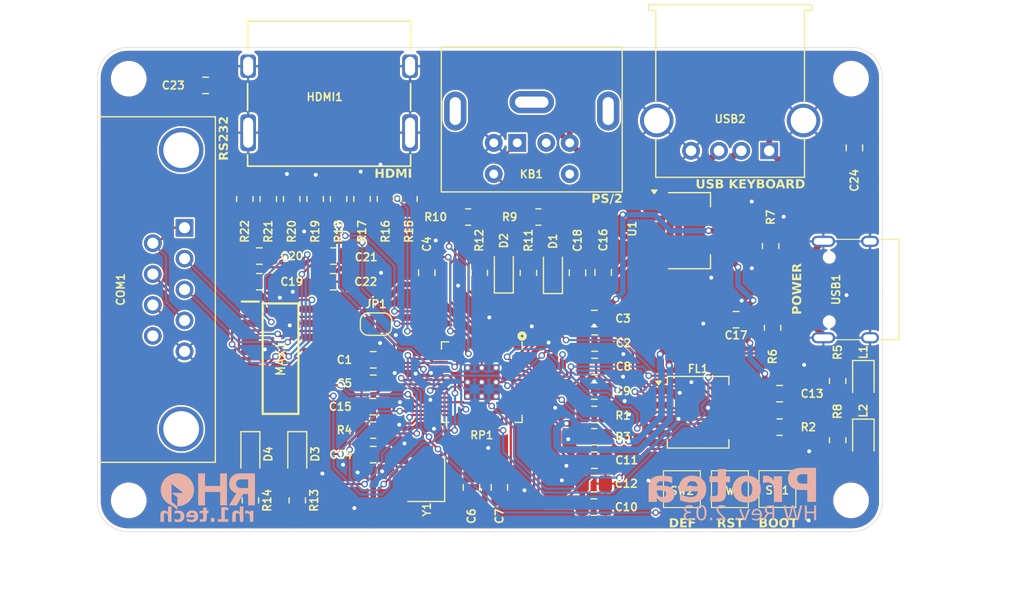
<source format=kicad_pcb>
(kicad_pcb (version 20241229) (generator "pcbnew") (generator_version "9.0")
  (title_block (title "Protea") (date "2025-03-08") (rev "2.03") (company "Mikhail Matveev") (comment 1 "https://github.com/xtremespb/frank"))
  (layers (0 "F.Cu" signal) (2 "B.Cu" signal) (13 "F.Paste" user) (15 "B.Paste" user) (5 "F.SilkS" user "F.Silkscreen") (7 "B.SilkS" user "B.Silkscreen") (1 "F.Mask" user) (3 "B.Mask" user) (25 "Edge.Cuts" user))
  (net 0 "")
  (net 1 "GND")
  (net 2 "Net-(C14-Pad1)")
  (net 3 "/RS232/C2-")
  (net 4 "/RS232/C2+")
  (net 5 "/RS232/V-")
  (net 6 "Net-(RP1-VREG_VOUT)")
  (net 7 "+3V3")
  (net 8 "/RP2040/XIN")
  (net 9 "/RS232/C1+")
  (net 10 "VBUS")
  (net 11 "/RS232/C1-")
  (net 12 "/RS232/V+")
  (net 13 "/GPIO0")
  (net 14 "/GPIO1")
  (net 15 "Net-(COM1-Pad1)")
  (net 16 "/RS232/RTS_IN")
  (net 17 "/RP2040/QSPI_SCLK")
  (net 18 "/RP2040/QSPI_SD3")
  (net 19 "/RP2040/QSPI_SD2")
  (net 20 "/RP2040/QSPI_SS")
  (net 21 "/RP2040/QSPI_SD1")
  (net 22 "/RP2040/QSPI_SD0")
  (net 23 "/RS232/TX_IN")
  (net 24 "/RS232/CTS_IN")
  (net 25 "/RS232/RX_IN")
  (net 26 "/GPIO18")
  (net 27 "/RS232/CTS_MAX")
  (net 28 "/GPIO17")
  (net 29 "/RS232/RX_MAX")
  (net 30 "/RP2040/GPIO28")
  (net 31 "/GPIO15")
  (net 32 "/RP2040/GPIO20")
  (net 33 "/RP2040/GPIO26")
  (net 34 "/RP2040/GPIO21")
  (net 35 "/RP2040/GPIO5")
  (net 36 "/RP2040/GPIO27")
  (net 37 "/RP2040/GPIO3")
  (net 38 "/RP2040/GPIO2")
  (net 39 "/RP2040/GPIO4")
  (net 40 "Net-(KB1-Pad1)")
  (net 42 "Net-(L1-A)")
  (net 43 "Net-(L2-A)")
  (net 44 "Net-(RP1-USB_DP)")
  (net 45 "Net-(RP1-USB_DM)")
  (net 46 "/RP2040/~{USB_BOOT}")
  (net 47 "/RP2040/GPIO25")
  (net 48 "/RP2040/XOUT")
  (net 49 "Net-(USB1-CC1)")
  (net 50 "Net-(USB1-CC2)")
  (net 51 "/GPIO16")
  (net 52 "/RP2040/GPIO24")
  (net 53 "/GPIO19")
  (net 54 "/RP2040/GPIO29")
  (net 55 "Net-(HDMI1-D0N)")
  (net 56 "Net-(HDMI1-D2N)")
  (net 57 "/RP2040/SWD")
  (net 58 "/GPIO6")
  (net 59 "/RP2040/SWCLK")
  (net 60 "/RUN")
  (net 61 "/RP2040/GPIO22")
  (net 62 "Net-(HDMI1-CLKN)")
  (net 63 "/GPIO7")
  (net 64 "/GPIO8")
  (net 65 "/RP2040/GPIO23")
  (net 66 "Net-(HDMI1-D0P)")
  (net 69 "/GPIO9")
  (net 70 "Net-(HDMI1-D1N)")
  (net 71 "Net-(HDMI1-D2P)")
  (net 72 "/GPIO10")
  (net 73 "Net-(HDMI1-CLKP)")
  (net 74 "/GPIO11")
  (net 75 "/GPIO12")
  (net 76 "Net-(HDMI1-D1P)")
  (net 83 "/GPIO13")
  (net 84 "/GPIO14")
  (net 85 "Net-(KB1-Pad5)")
  (net 87 "/PD-")
  (net 88 "/PD+")
  (net 89 "/RD+")
  (net 90 "/RD-")
  (footprint "FRANK:Resistor (0805)" (layer "F.Cu") (at 155.7 131.1 -90)
    (property "Reference" "R13")
    (property "Value" "1K")
  )
  (footprint "FRANK:Diode (SOD-323)" (layer "F.Cu") (at 155.7 126.95 -90)
    (property "Reference" "D3")
    (property "Value" "1N4148")
  )
  (footprint "FRANK:LED (0805)" (layer "F.Cu") (at 206.4 120.425 -90)
    (property "Reference" "L1")
    (property "Value" "Blue")
  )
  (footprint "FRANK:Capacitor (0805)" (layer "F.Cu") (at 162.5 120.6 180)
    (property "Reference" "C5")
    (property "Value" "100n")
  )
  (footprint "FRANK:Diode (SOD-323)" (layer "F.Cu") (at 174.2 110.5 90)
    (property "Reference" "D2")
    (property "Value" "3V3")
  )
  (footprint "MountingHole:MountingHole_2.7mm" (layer "F.Cu") (at 140.6 131.1)
    (property "Reference" "H3" (hide yes))
    (property "Value" "MountingHole" (hide yes))
  )
  (footprint "FRANK:SOIC-8" (layer "F.Cu") (at 191.6 123.2)
    (property "Reference" "FL1")
    (property "Value" "W25Q128JVSIQ")
  )
  (footprint "FRANK:Resistor (0805)" (layer "F.Cu") (at 151 104.08 -90)
    (property "Reference" "R22")
    (property "Value" "270R")
  )
  (footprint "FRANK:Resistor (0805)" (layer "F.Cu") (at 204.1 120.4 90)
    (property "Reference" "R5")
    (property "Value" "1K")
  )
  (footprint "FRANK:Capacitor (0805)" (layer "F.Cu") (at 182.3 121.3)
    (property "Reference" "C9")
    (property "Value" "100n")
  )
  (footprint "FRANK:Resistor (0805)" (layer "F.Cu") (at 182.3 125.4)
    (property "Reference" "R3")
    (property "Value" "27R")
  )
  (footprint "FRANK:Capacitor (0805)" (layer "F.Cu") (at 162.4625 122.7 180)
    (property "Reference" "C15")
    (property "Value" "15p")
  )
  (footprint "FRANK:Capacitor (0805)" (layer "F.Cu") (at 182.2625 131.7)
    (property "Reference" "C10")
    (property "Value" "100n")
  )
  (footprint "FRANK:Capacitor (0805)" (layer "F.Cu") (at 152.3 109.2)
    (property "Reference" "C20")
    (property "Value" "1u")
  )
  (footprint "FRANK:HDMI (female)" (layer "F.Cu") (at 158.55 98.14 180)
    (property "Reference" "HDMI1")
    (property "Value" "DC3RX19JA2")
  )
  (footprint "FRANK:Capacitor (0805)" (layer "F.Cu") (at 182.3 114.8)
    (property "Reference" "C3")
    (property "Value" "100n")
  )
  (footprint "FRANK:Resistor (0805)" (layer "F.Cu") (at 198.276 115.632 90)
    (property "Reference" "R6")
    (property "Value" "5.1K")
  )
  (footprint "FRANK:Resistor (0805)" (layer "F.Cu") (at 172 110.7 -90)
    (property "Reference" "R12")
    (property "Value" "100R")
  )
  (footprint "FRANK:Resistor (0805)" (layer "F.Cu") (at 161.5 104.08 -90)
    (property "Reference" "R17")
    (property "Value" "270R")
  )
  (footprint "FRANK:Capacitor (0805)" (layer "F.Cu") (at 182.3 127.5)
    (property "Reference" "C11")
    (property "Value" "1u")
  )
  (footprint "FRANK:Resistor (0805)" (layer "F.Cu") (at 204.1 125.7 90)
    (property "Reference" "R8")
    (property "Value" "1K")
  )
  (footprint "FRANK:Capacitor (0805)" (layer "F.Cu") (at 171.3 129.9375 -90)
    (property "Reference" "C6")
    (property "Value" "100n")
  )
  (footprint "FRANK:Resistor (0805)" (layer "F.Cu") (at 162.5 124.8 180)
    (property "Reference" "R4")
    (property "Value" "1K")
  )
  (footprint "FRANK:Resistor (0805)" (layer "F.Cu") (at 171 105.7)
    (property "Reference" "R10")
    (property "Value" "1k")
  )
  (footprint "FRANK:Capacitor (0805)" (layer "F.Cu") (at 182.2625 129.6)
    (property "Reference" "C12")
    (property "Value" "1u")
  )
  (footprint "FRANK:Capacitor (0805)" (layer "F.Cu") (at 158.925 111.5)
    (property "Reference" "C22")
    (property "Value" "1u")
  )
  (footprint "FRANK:Capacitor (0805)" (layer "F.Cu") (at 183.1 110.6625 90)
    (property "Reference" "C16")
    (property "Value" "10u")
  )
  (footprint "FRANK:Button (SMD, 3x3mm)" (layer "F.Cu") (at 196.1 128.445 -90)
    (property "Reference" "SW3")
    (property "Value" "KLS7-TS3302" (hide yes))
  )
  (footprint "FRANK:Resistor (0805)" (layer "F.Cu") (at 155.2 104.08 -90)
    (property "Reference" "R20")
    (property "Value" "270R")
  )
  (footprint "FRANK:Resistor (0805)" (layer "F.Cu") (at 159.4 104.08 -90)
    (property "Reference" "R18")
    (property "Value" "270R")
  )
  (footprint "FRANK:SOIC127P600X175-16N" (layer "F.Cu") (at 154.2 118.4)
    (property "Reference" "MAX1")
    (property "Value" "MAX232CSE+" (hide yes))
  )
  (footprint "FRANK:Capacitor (0805)" (layer "F.Cu") (at 198.9 121.535)
    (property "Reference" "C13")
    (property "Value" "100n")
  )
  (footprint "FRANK:Capacitor (0805)" (layer "F.Cu") (at 180.8 110.7 -90)
    (property "Reference" "C18")
    (property "Value" "100n")
  )
  (footprint "FRANK:D-SUB (9 pin, male, top mount)" (layer "F.Cu") (at 145.6 106.66 -90)
    (property "Reference" "COM1")
    (property "Value" "D-SUB 9 Male")
  )
  (footprint "FRANK:Resistor (0805)" (layer "F.Cu") (at 198.9 124.535)
    (property "Reference" "R2")
    (property "Value" "1K")
  )
  (footprint "MountingHole:MountingHole_2.7mm" (layer "F.Cu") (at 140.6 93.3)
    (property "Reference" "H1" (hide yes))
    (property "Value" "MountingHole" (hide yes))
  )
  (footprint "FRANK:Capacitor (0805)" (layer "F.Cu") (at 152.3 111.5 180)
    (property "Reference" "C19")
    (property "Value" "1u")
  )
  (footprint "FRANK:Resistor (0805)" (layer "F.Cu") (at 177.3 105.7 180)
    (property "Reference" "R9")
    (property "Value" "1K")
  )
  (footprint "FRANK:Capacitor (0805)" (layer "F.Cu") (at 182.3375 119.1)
    (property "Reference" "C8")
    (property "Value" "100n")
  )
  (footprint "FRANK:Capacitor (0805)" (layer "F.Cu") (at 205.6 99.5 -90)
    (property "Reference" "C24")
    (property "Value" "10u")
  )
  (footprint "FRANK:Capacitor (0805)" (layer "F.Cu") (at 162.5 127 180)
    (property "Reference" "C14")
    (property "Value" "15p")
  )
  (footprint "FRANK:Capacitor (0805)" (layer "F.Cu") (at 147.5 93.9 180)
    (property "Reference" "C23")
    (property "Value" "100n")
  )
  (footprint "FRANK:QFN 56" (layer "F.Cu") (at 172.225 120.5 -90)
    (property "Reference" "RP1")
    (property "Value" "RP2040")
  )
  (footprint "FRANK:Capacitor (0805)" (layer "F.Cu") (at 194.9995 114.9 180)
    (property "Reference" "C17")
    (property "Value" "10u")
  )
  (footprint "FRANK:Resistor (0805)" (layer "F.Cu") (at 151.5 131.1 -90)
    (property "Reference" "R14")
    (property "Value" "1K")
  )
  (footprint "FRANK:Resistor (0805)" (layer "F.Cu") (at 176.4 110.7 -90)
    (property "Reference" "R11")
    (property "Value" "100R")
  )
  (footprint "FRANK:Resistor (0805)" (layer "F.Cu") (at 163.6 104.08 -90)
    (property "Reference" "R16")
    (property "Value" "270R")
  )
  (footprint "FRANK:Button (SMD, 3x3mm)" (layer "F.Cu") (at 191.8 128.445 -90)
    (property "Reference" "SW2")
    (property "Value" "KLS7-TS3302" (hide yes))
  )
  (footprint "MountingHole:MountingHole_2.7mm" (layer "F.Cu") (at 205.3 93.3)
    (property "Reference" "H2" (hide yes))
    (property "Value" "MountingHole" (hide yes))
  )
  (footprint "FRANK:Capacitor (0805)" (layer "F.Cu") (at 158.9625 109.2)
    (property "Reference" "C21")
    (property "Value" "1u")
  )
  (footprint "FRANK:Resistor (0805)" (layer "F.Cu") (at 157.3 104.08 -90)
    (property "Reference" "R19")
    (property "Value" "270R")
  )
  (footprint "FRANK:LED (0805)" (layer "F.Cu") (at 206.4 125.675 -90)
    (property "Reference" "L2")
    (property "Value" "Green")
  )
  (footprint "FRANK:Diode (SOD-323)" (layer "F.Cu") (at 178.6 110.55 90)
    (property "Reference" "D1")
    (property "Value" "3V3")
  )
  (footprint "FRANK:Resistor (0805)" (layer "F.Cu") (at 153.1 104.08 -90)
    (property "Reference" "R21")
    (property "Value" "270R")
  )
  (footprint "FRANK:MiniDIN (6 Pin, female)" (layer "F.Cu") (at 175.4 99.05 180)
    (property "Reference" "KB1")
    (property "Value" "PS/2")
  )
  (footprint "FRANK:Button (SMD, 3x3mm)" (layer "F.Cu") (at 197.055 131.734 90)
    (property "Reference" "SW1")
    (property "Value" "Flash Button" (hide yes))
  )
  (footprint "FRANK:Capacitor (0805)" (layer "F.Cu") (at 162.5 118.5 180)
    (property "Reference" "C1")
    (property "Value" "100n")
  )
  (footprint "FRANK:Diode (SOD-323)" (layer "F.Cu") (at 151.5 126.95 -90)
    (property "Reference" "D4")
    (property "Value" "1N4148")
  )
  (footprint "FRANK:USB Type A (single)" (layer "F.Cu") (at 197.97 99.76 180)
    (property "Reference" "USB2")
    (property "Value" "676430910" (hide yes))
  )
  (footprint "FRANK:Capacitor (0805)" (layer "F.Cu") (at 173.8 129.9375 -90)
    (property "Reference" "C7")
    (property "Value" "100n")
  )
  (footprint "FRANK:Jumper (solder)" (layer "F.Cu") (at 162.75 115.3)
    (property "Reference" "JP1")
    (property "Value" "HDMI_DEF")
  )
  (footprint "FRANK:Crystal (3225)" (layer "F.Cu") (at 167.25 129.2 90)
    (property "Reference" "Y1")
    (property "Value" "12 MHz")
  )
  (footprint "FRANK:USB Type C" (layer "F.Cu") (at 209.6 112.2 90)
    (property "Reference" "USB1")
    (property "Value" "USB4215")
  )
  (footprint "FRANK:SOT-223" (layer "F.Cu") (at 190.8 106.9255)
    (property "Reference" "U1")
    (property "Value" "NCP1117 3.3")
  )
  (footprint "FRANK:Resistor (0805)" (layer "F.Cu") (at 165.7 104.08 -90)
    (property "Reference" "R15")
    (property "Value" "270R")
  )
  (footprint "FRANK:Resistor (0805)" (layer "F.Cu") (at 198.1 108.3 -90)
    (property "Reference" "R7")
    (property "Value" "5.1K")
  )
  (footprint "FRANK:Capacitor (0805)" (layer "F.Cu") (at 182.3375 117)
    (property "Reference" "C2")
    (property "Value" "100n")
  )
  (footprint "FRANK:Capacitor (0805)" (layer "F.Cu") (at 167.3 110.7 90)
    (property "Reference" "C4")
    (property "Value" "100n")
  )
  (footprint "FRANK:Resistor (0805)" (layer "F.Cu") (at 182.3 123.4 180)
    (property "Reference" "R1")
    (property "Value" "27R")
  )
  (footprint "MountingHole:MountingHole_2.7mm" (layer "F.Cu") (at 205.3 131.1)
    (property "Reference" "H4" (hide yes))
    (property "Value" "MountingHole" (hide yes))
  )
  (gr_poly (pts (xy 144.887116 128.684676) (xy 144.813894 128.689483) (xy 144.741266 128.697872) (xy 144.669354 128.709794) (xy 144.598281 128.7252) (xy 144.52817 128.74404) (xy 144.459143 128.766264) (xy 144.391325 128.791823) (xy 144.324836 128.820666) (xy 144.259801 128.852743) (xy 144.196342 128.888006) (xy 144.134582 128.926404) (xy 144.074644 128.967888) (xy 144.016651 129.012407) (xy 143.960725 129.059912) (xy 143.906989 129.110354) (xy 143.855826 129.163402) (xy 143.807569 129.218681) (xy 143.762269 129.276067) (xy 143.719979 129.335439) (xy 143.68075 129.396674) (xy 143.644632 129.45965) (xy 143.611678 129.524244) (xy 143.581938 129.590336) (xy 143.555465 129.657802) (xy 143.53231 129.726521) (xy 143.512523 129.79637) (xy 143.496157 129.867227) (xy 143.483263 129.938969) (xy 143.473892 130.011475) (xy 143.468096 130.084623) (xy 143.465926 130.15829) (xy 143.468453 130.243212) (xy 143.475844 130.32734) (xy 143.488009 130.410487) (xy 143.504857 130.492471) (xy 143.526295 130.573106) (xy 143.552233 130.652207) (xy 143.582579 130.72959) (xy 143.617242 130.80507) (xy 143.656132 130.878461) (xy 143.699155 130.94958) (xy 143.746222 131.018242) (xy 143.797242 131.084262) (xy 143.852121 131.147455) (xy 143.910771 131.207636) (xy 143.973098 131.264621) (xy 144.039013 131.318224) (xy 144.085394 131.352655) (xy 144.133018 131.38523) (xy 144.18183 131.415916) (xy 144.231771 131.444685) (xy 144.282787 131.471503) (xy 144.334819 131.49634) (xy 144.387812 131.519164) (xy 144.441708 131.539945) (xy 144.508912 131.592862) (xy 144.958703 131.941583) (xy 144.958703 131.630962) (xy 144.958703 131.629903) (xy 144.661841 131.400244) (xy 144.508912 131.281182) (xy 144.441708 131.228265) (xy 144.441708 129.623304) (xy 144.958703 130.023883) (xy 145.401085 130.367312) (xy 145.476756 130.426049) (xy 144.958702 130.426049) (xy 145.846113 131.113965) (xy 145.888976 131.147303) (xy 145.846113 131.114495) (xy 145.776793 131.061578) (xy 144.958702 130.426578) (xy 144.958702 130.825037) (xy 145.724936 131.41982) (xy 145.738636 131.411875) (xy 145.751989 131.40388) (xy 145.765045 131.395785) (xy 145.777852 131.387542) (xy 145.805907 131.369097) (xy 145.833526 131.350029) (xy 145.860699 131.330346) (xy 145.887416 131.310055) (xy 145.913667 131.289164) (xy 145.939441 131.267681) (xy 145.964728 131.245614) (xy 145.989519 131.222972) (xy 145.989519 131.22297) (xy 146.014353 131.199133) (xy 146.038604 131.174749) (xy 146.062264 131.149829) (xy 146.085324 131.124385) (xy 146.107776 131.098428) (xy 146.129612 131.071969) (xy 146.150823 131.04502) (xy 146.171402 131.017592) (xy 146.191339 130.989696) (xy 146.210627 130.961344) (xy 146.229258 130.932547) (xy 146.247223 130.903316) (xy 146.264514 130.873662) (xy 146.281123 130.843597) (xy 146.297041 130.813133) (xy 146.312261 130.78228) (xy 146.329213 130.745411) (xy 146.345108 130.708134) (xy 146.359939 130.670472) (xy 146.373701 130.632447) (xy 146.386389 130.594083) (xy 146.397998 130.555401) (xy 146.408523 130.516426) (xy 146.417959 130.477179) (xy 146.4263 130.437684) (xy 146.43354 130.397963) (xy 146.439676 130.358039) (xy 146.444702 130.317935) (xy 146.448612 130.277673) (xy 146.451402 130.237277) (xy 146.453066 130.19677) (xy 146.453599 130.156173) (xy 146.45133 130.082644) (xy 146.445449 130.009636) (xy 146.436007 129.937272) (xy 146.423056 129.865672) (xy 146.406646 129.794959) (xy 146.386828 129.725254) (xy 146.363655 129.656678) (xy 146.337177 129.589352) (xy 146.307445 129.523399) (xy 146.274512 129.458939) (xy 146.238426 129.396095) (xy 146.199242 129.334987) (xy 146.157008 129.275737) (xy 146.111777 129.218467) (xy 146.0636 129.163297) (xy 146.012528 129.11035) (xy 145.958893 129.060001) (xy 145.903075 129.012577) (xy 145.845197 128.968127) (xy 145.78538 128.926701) (xy 145.723746 128.888348) (xy 145.660418 128.853119) (xy 145.595518 128.821062) (xy 145.529168 128.792228) (xy 145.46149 128.766665) (xy 145.392606 128.744424) (xy 145.322638 128.725554) (xy 145.251709 128.710104) (xy 145.179941 128.698125) (xy 145.107455 128.689665) (xy 145.034374 128.684775) (xy 144.960821 128.683503) (xy 144.960808 128.683503)) (stroke (width -0.000001)) (fill yes) (layer "B.SilkS"))
  (gr_poly (pts (xy 150.510378 128.681466) (xy 150.456385 128.68485) (xy 150.4038 128.690435) (xy 150.352646 128.698174) (xy 150.302949 128.708023) (xy 150.254733 128.719936) (xy 150.208023 128.733868) (xy 150.162843 128.749773) (xy 150.119218 128.767606) (xy 150.077172 128.787321) (xy 150.036731 128.808873) (xy 149.997918 128.832217) (xy 149.960759 128.857307) (xy 149.925278 128.884097) (xy 149.8915 128.912542) (xy 149.859449 128.942597) (xy 149.829149 128.974216) (xy 149.800626 129.007354) (xy 149.773904 129.041965) (xy 149.749008 129.078005) (xy 149.725962 129.115427) (xy 149.704791 129.154185) (xy 149.685519 129.194236) (xy 149.668172 129.235532) (xy 149.652773 129.278029) (xy 149.639347 129.321682) (xy 149.62792 129.366444) (xy 149.618515 129.412271) (xy 149.611157 129.459116) (xy 149.605871 129.506935) (xy 149.602681 129.555683) (xy 149.601612 129.605312) (xy 149.602533 129.652196) (xy 149.605254 129.6977) (xy 149.609717 129.741833) (xy 149.615862 129.784601) (xy 149.623629 129.826012) (xy 149.632961 129.866072) (xy 149.643796 129.904788) (xy 149.656075 129.942168) (xy 149.66974 129.978218) (xy 149.684731 130.012947) (xy 149.700988 130.04636) (xy 149.718452 130.078464) (xy 149.737063 130.109268) (xy 149.756763 130.138778) (xy 149.79919 130.193944) (xy 149.845257 130.244018) (xy 149.894489 130.289058) (xy 149.94641 130.32912) (xy 150.000546 130.364261) (xy 150.056422 130.394537) (xy 150.113561 130.420004) (xy 150.17149 130.44072) (xy 150.229733 130.456741) (xy 149.584679 131.54947) (xy 150.284237 131.55) (xy 150.849387 130.532412) (xy 151.297062 130.532412) (xy 151.297062 131.552115) (xy 151.90772 131.552115) (xy 151.90772 129.992661) (xy 151.297062 129.992661) (xy 150.654654 129.992661) (xy 150.63196 129.992229) (xy 150.609633 129.990939) (xy 150.587697 129.988802) (xy 150.566174 129.985828) (xy 150.545089 129.982029) (xy 150.524463 129.977414) (xy 150.50432 129.971995) (xy 150.484684 129.965781) (xy 150.465577 129.958784) (xy 150.447022 129.951013) (xy 150.429044 129.94248) (xy 150.411664 129.933195) (xy 150.394906 129.923168) (xy 150.378794 129.912411) (xy 150.36335 129.900933) (xy 150.348597 129.888746) (xy 150.334559 129.87586) (xy 150.321259 129.862284) (xy 150.30872 129.848031) (xy 150.296965 129.83311) (xy 150.286017 129.817533) (xy 150.2759 129.801308) (xy 150.266637 129.784449) (xy 150.25825 129.766963) (xy 150.250763 129.748864) (xy 150.2442 129.73016) (xy 150.238582 129.710862) (xy 150.233934 129.690981) (xy 150.230279 129.670528) (xy 150.227639 129.649514) (xy 150.226038 129.627947) (xy 150.2255 129.60584) (xy 150.223912 129.605842) (xy 150.224451 129.583501) (xy 150.226052 129.561727) (xy 150.228692 129.54053) (xy 150.232349 129.519918) (xy 150.236999 129.499903) (xy 150.242619 129.480491) (xy 150.249187 129.461694) (xy 150.256679 129.44352) (xy 150.265073 129.425978) (xy 150.274345 129.409079) (xy 150.284473 129.39283) (xy 150.295433 129.377242) (xy 150.307204 129.362323) (xy 150.31976 129.348084) (xy 150.333081 129.334533) (xy 150.347142 129.321679) (xy 150.361921 129.309533) (xy 150.377395 129.298102) (xy 150.39354 129.287398) (xy 150.410335 129.277428) (xy 150.427755 129.268202) (xy 150.445779 129.259729) (xy 150.464382 129.25202) (xy 150.483543 129.245082) (xy 150.503238 129.238926) (xy 150.523443 129.23356) (xy 150.544137 129.228995) (xy 150.565296 129.225238) (xy 150.586897 129.222301) (xy 150.608918 129.220191) (xy 150.631335 129.218918) (xy 150.654125 129.218492) (xy 151.297062 129.218492) (xy 151.297062 129.992661) (xy 151.90772 129.992661) (xy 151.90772 128.680328) (xy 150.565753 128.680328)) (stroke (width -0.000001)) (fill yes) (layer "B.SilkS"))
  (gr_poly (pts (xy 144.960821 130.82557) (xy 144.960821 130.424462) (xy 144.443825 130.424462)) (stroke (width -0.000001)) (fill yes) (layer "B.SilkS"))
  (gr_poly (pts (xy 144.960821 131.184345) (xy 144.960821 131.628317) (xy 145.011286 131.62756) (xy 145.061598 131.625115) (xy 145.111716 131.620993) (xy 145.161598 131.615206) (xy 145.211205 131.607763) (xy 145.260495 131.598676) (xy 145.309428 131.587956) (xy 145.357964 131.575615) (xy 145.406061 131.561662) (xy 145.453679 131.54611) (xy 145.500778 131.52897) (xy 145.547316 131.510252) (xy 145.593254 131.489967) (xy 145.63855 131.468127) (xy 145.683164 131.444743) (xy 145.727056 131.419825) (xy 144.960821 130.825041)) (stroke (width -0.000001)) (fill yes) (layer "B.SilkS"))
  (gr_poly (pts (xy 148.788813 129.807453) (xy 147.433617 129.807453) (xy 147.433617 128.680328) (xy 146.818725 128.680328) (xy 146.818725 131.54947) (xy 147.433617 131.55) (xy 147.433617 130.345616) (xy 148.788812 130.345616) (xy 148.788812 131.55) (xy 149.4 131.55) (xy 149.4 128.680328) (xy 148.788813 128.680328)) (stroke (width -0.000001)) (fill yes) (layer "B.SilkS"))
  (gr_line (start 205.400159 90.5) (end 140.497599 90.5) (stroke (width 0.05)) (layer "Edge.Cuts"))
  (gr_line (start 205.402401 133.9) (end 140.499841 133.9) (stroke (width 0.05)) (layer "Edge.Cuts"))
  (gr_line (start 208.100159 93.199841) (end 208.102401 131.199841) (stroke (width 0.05)) (layer "Edge.Cuts"))
  (gr_line (start 137.797599 93.200159) (end 137.799841 131.200159) (stroke (width 0.05)) (layer "Edge.Cuts"))
  (gr_arc (start 137.797599 93.200159) (mid 138.588354 91.290868) (end 140.497599 90.5) (stroke (width 0.05)) (layer "Edge.Cuts"))
  (gr_arc (start 208.102401 131.199841) (mid 207.311646 133.109132) (end 205.402401 133.9) (stroke (width 0.05)) (layer "Edge.Cuts"))
  (gr_arc (start 140.499841 133.9) (mid 138.590709 133.109245) (end 137.799841 131.200159) (stroke (width 0.05)) (layer "Edge.Cuts"))
  (gr_arc (start 205.400159 90.5) (mid 207.309291 91.290755) (end 208.100159 93.199841) (stroke (width 0.05)) (layer "Edge.Cuts"))
  (gr_text "HDMI" (at 166 101.85 0) (layer "F.SilkS") (effects (font (size 0.8 0.8) (thickness 0.14) (bold yes)) (justify right)))
  (gr_text "RS232" (at 149.15 96.65 90) (layer "F.SilkS") (effects (font (size 0.8 0.8) (thickness 0.14) (bold yes)) (justify right)))
  (gr_text "POWER" (at 200.5 112.15 90) (layer "F.SilkS") (effects (font (size 0.8 0.8) (thickness 0.14) (bold yes))))
  (gr_text "RST" (at 194.491 133.184 0) (layer "F.SilkS") (effects (font (size 0.8 0.8) (thickness 0.14) (bold yes))))
  (gr_text "DEF" (at 190.195 133.184 0) (layer "F.SilkS") (effects (font (size 0.8 0.8) (thickness 0.14) (bold yes))))
  (gr_text "USB KEYBOARD" (at 201.2 102.8 0) (layer "F.SilkS") (effects (font (size 0.8 0.8) (thickness 0.14) (bold yes)) (justify right)))
  (gr_text "PS/2" (at 184.85 104.1 0) (layer "F.SilkS") (effects (font (size 0.8 0.8) (thickness 0.14) (bold yes)) (justify right)))
  (gr_text "BOOT" (at 198.77 133.184 0) (layer "F.SilkS") (effects (font (size 0.8 0.8) (thickness 0.14) (bold yes))))
  (gr_text "Protea" (at 202.55 131.75 0) (layer "B.SilkS") (effects (font (size 3 3) (thickness 0.3) (bold yes)) (justify left bottom mirror)))
  (gr_text "rh1.tech" (at 151.921 133.245616 0) (layer "B.SilkS") (effects (font (size 1.3 1.3) (thickness 0.3) (bold yes)) (justify left bottom mirror)))
  (gr_text "HW Rev. 2.03" (at 202.35 133.1 0) (layer "B.SilkS") (effects (font (size 1.3 1.3) (thickness 0.1625)) (justify left bottom mirror)))
  (segment (start 201.905 108.975) (end 201.905 108.795) (width 0.5) (layer "F.Cu") (net 1))
  (segment (start 201.905 108.795) (end 202.82 107.88) (width 0.5) (layer "F.Cu") (net 1))
  (segment (start 202.82 116.34) (end 201.905 115.425) (width 0.5) (layer "F.Cu") (net 1))
  (via (at 164.9 122.302) (size 0.6) (drill 0.35) (layers "F.Cu" "B.Cu") (net 1))
  (via (at 185.415681 123.384319) (size 0.6) (drill 0.35) (layers "F.Cu" "B.Cu") (net 1))
  (via (at 159.8 127.9) (size 0.6) (drill 0.35) (layers "F.Cu" "B.Cu") (net 1))
  (via (at 192.781 111.137) (size 0.6) (drill 0.35) (layers "F.Cu" "B.Cu") (net 1))
  (via (at 199.266 105.674) (size 0.6) (drill 0.35) (layers "F.Cu" "B.Cu") (net 1))
  (via (at 154.139 112.929) (size 0.6) (drill 0.35) (layers "F.Cu" "B.Cu") (net 1))
  (via (at 170.107967 111.848131) (size 0.6) (drill 0.35) (layers "F.Cu" "B.Cu") (net 1))
  (via (at 155.025 115.412) (size 0.6) (drill 0.35) (layers "F.Cu" "B.Cu") (net 1))
  (via (at 165.3 126) (size 0.6) (drill 0.35) (layers "F.Cu" "B.Cu") (net 1))
  (via (at 167.617 122.093) (size 0.6) (drill 0.35) (layers "F.Cu" "B.Cu") (net 1))
  (via (at 155.3 112.4) (size 0.6) (drill 0.35) (layers "F.Cu" "B.Cu") (net 1))
  (via (at 176.051 130.197) (size 0.6) (drill 0.35) (layers "F.Cu" "B.Cu") (net 1))
  (via (at 195.5 113.2) (size 0.6) (drill 0.35) (layers "F.Cu" "B.Cu") (net 1))
  (via (at 201.55 126.7) (size 0.6) (drill 0.35) (layers "F.Cu" "B.Cu") (net 1))
  (via (at 196.414 110.291) (size 0.6) (drill 0.35) (layers "F.Cu" "B.Cu") (net 1))
  (via (at 164.52 116.284) (size 0.6) (drill 0.35) (layers "F.Cu" "B.Cu") (net 1))
  (via (at 164.831 124.319) (size 0.6) (drill 0.35) (layers "F.Cu" "B.Cu") (net 1))
  (via (at 184.878 120.016) (size 0.6) (drill 0.35) (layers "F.Cu" "B.Cu") (net 1))
  (via (at 167.943 124.684) (size 0.6) (drill 0.35) (layers "F.Cu" "B.Cu") (net 1))
  (via (at 184.905 117.987) (size 0.6) (drill 0.35) (layers "F.Cu" "B.Cu") (net 1))
  (via (at 179.97 125.618) (size 0.6) (drill 0.35) (layers "F.Cu" "B.Cu") (net 1))
  (via (at 192.066947 115.254221) (size 0.6) (drill 0.35) (layers "F.Cu" "B.Cu") (net 1))
  (via (at 182.297 120.434) (size 0.6) (drill 0.35) (layers "F.Cu" "B.Cu") (net 1))
  (via (at 191 120.5) (size 0.6) (drill 0.35) (layers "F.Cu" "B.Cu") (net 1))
  (via (at 163.15 101.0017) (size 0.6) (drill 0.35) (layers "F.Cu" "B.Cu") (net 1))
  (via (at 192.5 122.8) (size 0.6) (drill 0.35) (layers "F.Cu" "B.Cu") (net 1))
  (via (at 187.152 129.323) (size 0.6) (drill 0.35) (layers "F.Cu" "B.Cu") (net 1))
  (via (at 163.3 128.5) (size 0.6) (drill 0.35) (layers "F.Cu" "B.Cu") (net 1))
  (via (at 179.8 128) (size 0.6) (drill 0.35) (layers "F.Cu" "B.Cu") (net 1))
  (via (at 157.351 101.916) (size 0.6) (drill 0.35) (layers "F.Cu" "B.Cu") (net 1))
  (via (at 178.8 122.8) (size 0.6) (drill 0.35) (layers "F.Cu" "B.Cu") (net 1))
  (via (at 168.1 107.8) (size 0.6) (drill 0.35) (layers "F.Cu" "B.Cu") (net 1))
  (via (at 182.293 115.436) (size 0.6) (drill 0.35) (layers "F.Cu" "B.Cu") (net 1))
  (via (at 157.947 128.696) (size 0.6) (drill 0.35) (layers "F.Cu" "B.Cu") (net 1))
  (via (at 172.8 126.4) (size 0.6) (drill 0.35) (layers "F.Cu" "B.Cu") (net 1))
  (via (at 179.4 129.3) (size 0.6) (drill 0.35) (layers "F.Cu" "B.Cu") (net 1))
  (via (at 152.793 117.564) (size 0.6) (drill 0.35) (layers "F.Cu" "B.Cu") (net 1))
  (via (at 164.421418 119.683199) (size 0.6) (drill 0.35) (layers "F.Cu" "B.Cu") (net 1))
  (via (at 163.115 117) (size 0.6) (drill 0.35) (layers "F.Cu" "B.Cu") (net 1))
  (via (at 160.814 131.789) (size 0.6) (drill 0.35) (layers "F.Cu" "B.Cu") (net 1))
  (via (at 166.299 119.744) (size 0.6) (drill 0.35) (layers "F.Cu" "B.Cu") (net 1))
  (via (at 154.77 101.839) (size 0.6) (drill 0.35) (layers "F.Cu" "B.Cu") (net 1))
  (via (at 176.7 115.5) (size 0.6) (drill 0.35) (layers "F.Cu" "B.Cu") (net 1))
  (via (at 163.2 110.7) (size 0.6) (drill 0.35) (layers "F.Cu" "B.Cu") (net 1))
  (via (at 161.378 101.632) (size 0.6) (drill 0.35) (layers "F.Cu" "B.Cu") (net 1))
  (via (at 156.312 106.996) (size 0.6) (drill 0.35) (layers "F.Cu" "B.Cu") (net 1))
  (via (at 189.846681 123.797099) (size 0.6) (drill 0.35) (layers "F.Cu" "B.Cu") (net 1))
  (via (at 201.1 118.95) (size 0.6) (drill 0.35) (layers "F.Cu" "B.Cu") (net 1))
  (via (at 185.025 122.193) (size 0.6) (drill 0.35) (layers "F.Cu" "B.Cu") (net 1))
  (via (at 189.954 121.458) (size 0.6) (drill 0.35) (layers "F.Cu" "B.Cu") (net 1))
  (via (at 161.1 128.6) (size 0.6) (drill 0.35) (layers "F.Cu" "B.Cu") (net 1))
  (via (at 172.9 114.7) (size 0.6) (drill 0.35) (layers "F.Cu" "B.Cu") (net 1))
  (via (at 204.9 112.7) (size 0.6) (drill 0.35) (layers "F.Cu" "B.Cu") (net 1))
  (via (at 178.210431 116.952157) (size 0.6) (drill 0.35) (layers "F.Cu" "B.Cu") (net 1))
  (via (at 167.675 119.672) (size 0.6) (drill 0.35) (layers "F.Cu" "B.Cu") (net 1))
  (via (at 196.405 104.316) (size 0.6) (drill 0.35) (layers "F.Cu" "B.Cu") (net 1))
  (via (at 201.5 132.9) (size 0.6) (drill 0.35) (layers "F.Cu" "B.Cu") (net 1))
  (segment (start 160.3904 126.5573) (end 160.3904 125.9096) (width 0.2) (layer "F.Cu") (net 2))
  (segment (start 164.6375 128.446) (end 163.4436 129.6399) (width 0.2) (layer "F.Cu") (net 2))
  (segment (start 164.6375 128.1) (end 164.6375 128.446) (width 0.2) (layer "F.Cu") (net 2))
  (segment (start 166.4 128.1) (end 164.6375 128.1) (width 0.2) (layer "F.Cu") (net 2))
  (segment (start 160.3904 125.9096) (end 161.5 124.8) (width 0.2) (layer "F.Cu") (net 2))
  (segment (start 164.6375 128.1) (end 163.5375 127) (width 0.2) (layer "F.Cu") (net 2))
  (via (at 163.4436 129.6399) (size 0.6) (drill 0.35) (layers "F.Cu" "B.Cu") (net 2))
  (via (at 160.3904 126.5573) (size 0.6) (drill 0.35) (layers "F.Cu" "B.Cu") (net 2))
  (segment (start 160.3904 129.1179) (end 160.3904 126.5573) (width 0.2) (layer "B.Cu") (net 2))
  (segment (start 162.8756 130.2079) (end 161.4804 130.2079) (width 0.2) (layer "B.Cu") (net 2))
  (segment (start 163.4436 129.6399) (end 162.8756 130.2079) (width 0.2) (layer "B.Cu") (net 2))
  (segment (start 161.4804 130.2079) (end 160.3904 129.1179) (width 0.2) (layer "B.Cu") (net 2))
  (segment (start 153.7516 118.195) (end 152.9116 119.035) (width 0.2) (layer "F.Cu") (net 3))
  (segment (start 157.7349 109.2) (end 156.1079 110.827) (width 0.2) (layer "F.Cu") (net 3))
  (segment (start 152.9116 119.035) (end 151.488 119.035) (width 0.2) (layer "F.Cu") (net 3))
  (via (at 156.1079 110.827) (size 0.6) (drill 0.35) (layers "F.Cu" "B.Cu") (net 3))
  (via (at 153.7516 118.195) (size 0.6) (drill 0.35) (layers "F.Cu" "B.Cu") (net 3))
  (segment (start 153.7516 118.195) (end 154.3033 117.6433) (width 0.2) (layer "B.Cu") (net 3))
  (segment (start 154.9242 117.6433) (end 156.1079 116.4596) (width 0.2) (layer "B.Cu") (net 3))
  (segment (start 156.1079 116.4596) (end 156.1079 110.827) (width 0.2) (layer "B.Cu") (net 3))
  (segment (start 154.3033 117.6433) (end 154.9242 117.6433) (width 0.2) (layer "B.Cu") (net 3))
  (segment (start 157.0362 110.8034) (end 157.4895 110.3501) (width 0.2) (layer "F.Cu") (net 4))
  (segment (start 154.6144 114.6483) (end 157.664 114.6483) (width 0.2) (layer "F.Cu") (net 4))
  (segment (start 150.4738 116.051) (end 150.656 115.8688) (width 0.2) (layer "F.Cu") (net 4))
  (segment (start 153.3939 115.8688) (end 154.6144 114.6483) (width 0.2) (layer "F.Cu") (net 4))
  (segment (start 157.5169 112.5789) (end 157.3885 112.5789) (width 0.2) (layer "F.Cu") (net 4))
  (segment (start 150.4738 117.765) (end 150.4738 116.051) (width 0.2) (layer "F.Cu") (net 4))
  (segment (start 151.488 117.765) (end 150.4738 117.765) (width 0.2) (layer "F.Cu") (net 4))
  (segment (start 157.4895 110.3501) (end 158.8499 110.3501) (width 0.2) (layer "F.Cu") (net 4))
  (segment (start 157.3885 112.5789) (end 157.0362 112.2266) (width 0.2) (layer "F.Cu") (net 4))
  (segment (start 150.656 115.8688) (end 153.3939 115.8688) (width 0.2) (layer "F.Cu") (net 4))
  (segment (start 157.9753 114.337) (end 157.9753 113.0373) (width 0.2) (layer "F.Cu") (net 4))
  (segment (start 157.664 114.6483) (end 157.9753 114.337) (width 0.2) (layer "F.Cu") (net 4))
  (segment (start 157.9753 113.0373) (end 157.5169 112.5789) (width 0.2) (layer "F.Cu") (net 4))
  (segment (start 158.8499 110.3501) (end 160 109.2) (width 0.2) (layer "F.Cu") (net 4))
  (segment (start 157.0362 112.2266) (end 157.0362 110.8034) (width 0.2) (layer "F.Cu") (net 4))
  (segment (start 157.9245 118.34) (end 157.9245 117.420974) (width 0.2) (layer "F.Cu") (net 5))
  (segment (start 157.9245 117.420974) (end 158.3253 117.020174) (width 0.2) (layer "F.Cu") (net 5))
  (segment (start 151.488 120.305) (end 153.6098 120.305) (width 0.2) (layer "F.Cu") (net 5))
  (segment (start 158.3253 117.020174) (end 158.3253 111.9378) (width 0.2) (layer "F.Cu") (net 5))
  (segment (start 157.9227 118.3418) (end 157.9245 118.34) (width 0.2) (layer "F.Cu") (net 5))
  (segment (start 153.6098 120.305) (end 155.573 118.3418) (width 0.2) (layer "F.Cu") (net 5))
  (segment (start 155.573 118.3418) (end 157.9227 118.3418) (width 0.2) (layer "F.Cu") (net 5))
  (segment (start 179.2137 124.418726) (end 179.2137 126.6137) (width 0.2) (layer "F.Cu") (net 6))
  (segment (start 180.1 127.5) (end 181.2625 127.5) (width 0.2) (layer "F.Cu") (net 6))
  (segment (start 174.5252 120.8254) (end 174.9629 120.8254) (width 0.2) (layer "F.Cu") (net 6))
  (segment (start 177.094974 122.3) (end 179.2137 124.418726) (width 0.2) (layer "F.Cu") (net 6))
  (segment (start 164.1707 119.1332) (end 166.7953 119.1332) (width 0.2) (layer "F.Cu") (net 6))
  (segment (start 163.5375 118.5) (end 164.1707 119.1332) (width 0.2) (layer "F.Cu") (net 6))
  (segment (start 174.9629 120.4837) (end 174.9629 120.8254) (width 0.2) (layer "F.Cu") (net 6))
  (segment (start 175.175 122.3) (end 175.6625 122.3) (width 0.2) (layer "F.Cu") (net 6))
  (segment (start 174.9629 120.8254) (end 174.9629 122.0879) (width 0.2) (layer "F.Cu") (net 6))
  (segment (start 174.9629 122.0879) (end 175.175 122.3) (width 0.2) (layer "F.Cu") (net 6))
  (segment (start 179.0184 117.2816) (end 181.0184 117.2816) (width 0.2) (layer "F.Cu") (net 6))
  (segment (start 175.1466 120.3) (end 174.9629 120.4837) (width 0.2) (layer "F.Cu") (net 6))
  (segment (start 167.6 121.25) (end 167.75 121.1) (width 0.2) (layer "F.Cu") (net 6))
  (segment (start 175.6625 122.3) (end 177.094974 122.3) (width 0.2) (layer "F.Cu") (net 6))
  (segment (start 167.75 121.1) (end 168.7875 121.1) (width 0.2) (layer "F.Cu") (net 6))
  (segment (start 175.6625 120.3) (end 175.1466 120.3) (width 0.2) (layer "F.Cu") (net 6))
  (segment (start 177.5953 118.1104) (end 178.0057 117.7) (width 0.2) (layer "F.Cu") (net 6))
  (segment (start 179.2137 126.6137) (end 180.1 127.5) (width 0.2) (layer "F.Cu") (net 6))
  (segment (start 166.7953 119.1332) (end 166.9953 119.3332) (width 0.2) (layer "F.Cu") (net 6))
  (segment (start 178.0057 117.7) (end 178.6 117.7) (width 0.2) (layer "F.Cu") (net 6))
  (segment (start 178.6 117.7) (end 179.0184 117.2816) (width 0.2) (layer "F.Cu") (net 6))
  (via (at 167.6 121.25) (size 0.6) (drill 0.35) (layers "F.Cu" "B.Cu") (net 6))
  (via (at 166.9953 119.3332) (size 0.6) (drill 0.35) (layers "F.Cu" "B.Cu") (net 6))
  (via (at 174.5252 120.8254) (size 0.6) (drill 0.35) (layers "F.Cu" "B.Cu") (net 6))
  (via (at 177.5953 118.1104) (size 0.6) (drill 0.35) (layers "F.Cu" "B.Cu") (net 6))
  (segment (start 167.707 120.222) (end 167.447182 120.222) (width 0.2) (layer "B.Cu") (net 6))
  (segment (start 167.6 121.25) (end 168.9273 119.9227) (width 0.2) (layer "B.Cu") (net 6))
  (segment (start 168.9273 119.9227) (end 173.7113 119.9227) (width 0.2) (layer "B.Cu") (net 6))
  (segment (start 167.925 120.44) (end 167.707 120.222) (width 0.2) (layer "B.Cu") (net 6))
  (segment (start 167.6 121.25) (end 167.925 120.925) (width 0.2) (layer "B.Cu") (net 6))
  (segment (start 174.5252 120.7366) (end 174.5252 120.8254) (width 0.2) (layer "B.Cu") (net 6))
  (segment (start 167.447182 120.222) (end 166.9953 119.770118) (width 0.2) (layer "B.Cu") (net 6))
  (segment (start 166.9953 119.770118) (end 166.9953 119.3332) (width 0.2) (layer "B.Cu") (net 6))
  (segment (start 174.5252 120.8254) (end 174.8803 120.8254) (width 0.2) (layer "B.Cu") (net 6))
  (segment (start 173.7113 119.9227) (end 174.5252 120.7366) (width 0.2) (layer "B.Cu") (net 6))
  (segment (start 167.925 120.925) (end 167.925 120.44) (width 0.2) (layer "B.Cu") (net 6))
  (segment (start 174.8803 120.8254) (end 177.5953 118.1104) (width 0.2) (layer "B.Cu") (net 6))
  (segment (start 174.825 117.062) (end 174.825 116.175) (width 0.2) (layer "F.Cu") (net 7))
  (segment (start 205.026 125.626) (end 204.1 124.7) (width 0.5) (layer "F.Cu") (net 7))
  (segment (start 161.19 114.61) (end 162.9 112.9) (width 0.5) (layer "F.Cu") (net 7))
  (segment (start 199.7615 123.434) (end 197.8625 121.535) (width 0.5) (layer "F.Cu") (net 7))
  (segment (start 171.225 117.062) (end 171.225 116.599) (width 0.2) (layer "F.Cu") (net 7))
  (segment (start 202.834 123.434) (end 199.7615 123.434) (width 0.5) (layer "F.Cu") (net 7))
  (segment (start 176.9 130.7) (end 177.9 131.7) (width 0.2) (layer "F.Cu") (net 7))
  (segment (start 172.85 133.35) (end 162.2 133.35) (width 0.5) (layer "F.Cu") (net 7))
  (segment (start 179.525 131.3) (end 181.225 129.6) (width 0.2) (layer "F.Cu") (net 7))
  (segment (start 155.6 133.35) (end 151.5 133.35) (width 0.5) (layer "F.Cu") (net 7))
  (segment (start 192.536 106.9255) (end 193.95 106.9255) (width 0.5) (layer "F.Cu") (net 7))
  (segment (start 184.833 107.45) (end 187.1255 107.45) (width 0.5) (layer "F.Cu") (net 7))
  (segment (start 181.262 119.879) (end 181.262 119.138) (width 0.2) (layer "F.Cu") (net 7))
  (segment (start 161.19 116.489) (end 161.19 114.61) (width 0.5) (layer "F.Cu") (net 7))
  (segment (start 182.3 128.525) (end 182.3 122.338) (width 0.5) (layer "F.Cu") (net 7))
  (segment (start 178.1 131.3) (end 179.525 131.3) (width 0.2) (layer "F.Cu") (net 7))
  (segment (start 165.062 111.738) (end 167.3 111.738) (width 0.5) (layer "F.Cu") (net 7))
  (segment (start 184.526 105.818) (end 184.526 107.143) (width 0.5) (layer "F.Cu") (net 7))
  (segment (start 171.225 123.938) (end 171.225 128.825) (width 0.2) (layer "F.Cu") (net 7))
  (segment (start 163.9 112.9) (end 165.062 111.738) (width 0.5) (layer "F.Cu") (net 7))
  (segment (start 200.264 133.35) (end 200.655 132.959) (width 0.5) (layer "F.Cu") (net 7))
  (segment (start 176.2 114.8) (end 181.262 114.8) (width 0.2) (layer "F.Cu") (net 7))
  (segment (start 181.225 132.875) (end 181.225 131.7) (width 0.5) (layer "F.Cu") (net 7))
  (segment (start 187.1255 107.45) (end 187.65 106.9255) (width 0.5) (layer "F.Cu") (net 7))
  (segment (start 196.037 113.673) (end 196.532 113.178) (width 0.5) (layer "F.Cu") (net 7))
  (segment (start 155.7 133.25) (end 155.7 132.1) (width 0.5) (layer "F.Cu") (net 7))
  (segment (start 181.7 133.35) (end 200.264 133.35) (width 0.5) (layer "F.Cu") (net 7))
  (segment (start 162.5 121.638) (end 162.5 133.05) (width 0.5) (layer "F.Cu") (net 7))
  (segment (start 195.1 121.295) (end 197.622 121.295) (width 0.5) (layer "F.Cu") (net 7))
  (segment (start 176.9 123.1) (end 176.9 130.7) (width 0.2) (layer "F.Cu") (net 7))
  (segment (start 197.581 119.742) (end 197.581 121.2535) (width 0.5) (layer "F.Cu") (net 7))
  (segment (start 182.388 113.675) (end 181.262 114.8) (width 0.5) (layer "F.Cu") (net 7))
  (segment (start 174.825 116.175) (end 176.2 114.8) (width 0.2) (layer "F.Cu") (net 7))
  (segment (start 175.6625 123.1) (end 176.9 123.1) (width 0.2) (layer "F.Cu") (net 7))
  (segment (start 162.5 133.05) (end 162.2 133.35) (width 0.5) (layer "F.Cu") (net 7))
  (segment (start 196.037 114.9) (end 196.037 116.774) (width 0.5) (layer "F.Cu") (net 7))
  (segment (start 172.5 133) (end 172.5 128.9) (width 0.5) (layer "F.Cu") (net 7))
  (segment (start 175.6625 122.7) (end 177 122.7) (width 0.2) (layer "F.Cu") (net 7))
  (segment (start 181.225 131.7) (end 181.225 129.6) (width 0.5) (layer "F.Cu") (net 7))
  (segment (start 162.9 112.9) (end 163.9 112.9) (width 0.5) (layer "F.Cu") (net 7))
  (segment (start 184.858 105.486) (end 184.526 105.818) (width 0.5) (layer "F.Cu") (net 7))
  (segment (start 155.6 133.35) (end 162.2 133.35) (width 0.5) (layer "F.Cu") (net 7))
  (segment (start 207.501 126.09842) (end 207.02858 125.626) (width 0.5) (layer "F.Cu") (net 7))
  (segment (start 182.3 122.338) (end 181.262 121.3) (width 0.5) (layer "F.Cu") (net 7))
  (segment (start 180.441 120.7) (end 181.262 119.879) (width 0.2) (layer "F.Cu") (net 7))
  (segment (start 204.1 128.3) (end 206.50258 128.3) (width 0.5) (layer "F.Cu") (net 7))
  (segment (start 204.1 124.7) (end 202.834 123.434) (width 0.5) (layer "F.Cu") (net 7))
  (segment (start 155.6 133.35) (end 155.7 133.25) (width 0.5) (layer "F.Cu") (net 7))
  (segment (start 207.02858 125.626) (end 205.026 125.626) (width 0.5) (layer "F.Cu") (net 7))
  (segment (start 207.501 127.30158) (end 207.501 126.09842) (width 0.5) (layer "F.Cu") (net 7))
  (segment (start 181.262 121.3) (end 181.262 119.138) (width 0.5) (layer "F.Cu") (net 7))
  (segment (start 163.538 120.6) (end 162.5 121.638) (width 0.5) (layer "F.Cu") (net 7))
  (segment (start 172.85 133.35) (end 181.7 133.35) (width 0.5) (layer "F.Cu") (net 7))
  (segment (start 177.3 123) (end 177.3 130.5) (width 0.2) (layer "F.Cu") (net 7))
  (segment (start 177.9 131.7) (end 181 131.7) (width 0.2) (layer "F.Cu") (net 7))
  (segment (start 200.655 132.959) (end 200.655 131.745) (width 0.5) (layer "F.Cu") (net 7))
  (segment (start 181.225 129.6) (end 182.3 128.525) (width 0.5) (layer "F.Cu") (net 7))
  (segment (start 168.7875 120.7) (end 163.638 120.7) (width 0.2) (layer "F.Cu") (net 7))
  (segment (start 175.6625 120.7) (end 180.441 120.7) (width 0.2) (layer "F.Cu") (net 7))
  (segment (start 162.5 117.799) (end 161.19 116.489) (width 0.5) (layer "F.Cu") (net 7))
  (segment (start 181.7 133.35) (end 181.225 132.875) (width 0.5) (layer "F.Cu") (net 7))
  (segment (start 175.6625 121.1) (end 180.425 121.1) (width 0.2) (layer "F.Cu") (net 7))
  (segment (start 206.50258 128.3) (end 207.501 127.30158) (width 0.5) (layer "F.Cu") (net 7))
  (segment (start 172.85 133.35) (end 172.5 133) (width 0.5) (layer "F.Cu") (net 7))
  (segment (start 172.5 128.9) (end 173.8 128.9) (width 0.5) (layer "F.Cu") (net 7))
  (segment (start 176.0625 123.9375) (end 176.9 123.1) (width 0.2) (layer "F.Cu") (net 7))
  (segment (start 184.526 107.143) (end 184.833 107.45) (width 0.5) (layer "F.Cu") (net 7))
  (segment (start 183.626 113.675) (end 184.242 113.059) (width 0.5) (layer "F.Cu") (net 7))
  (segment (start 167.3 112.674) (end 167.3 111.738) (width 0.2) (layer "F.Cu") (net 7))
  (segment (start 196.037 116.774) (end 196.26 116.997) (width 0.5) (layer "F.Cu") (net 7))
  (segment (start 200.655 131.745) (end 204.1 128.3) (width 0.5) (layer "F.Cu") (net 7))
  (segment (start 171.225 116.599) (end 167.3 112.674) (width 0.2) (layer "F.Cu") (net 7))
  (segment (start 193.95 106.9255) (end 193.95 108.966) (width 0.5) (layer "F.Cu") (net 7))
  (segment (start 182.388 113.675) (end 183.626 113.675) (width 0.5) (layer "F.Cu") (net 7))
  (segment (start 180.425 121.1) (end 181.062 121.1) (width 0.2) (layer "F.Cu") (net 7))
  (segment (start 196.037 114.9) (end 196.037 113.673) (width 0.5) (layer "F.Cu") (net 7))
  (segment (start 151.5 133.35) (end 151.5 132.1) (width 0.5) (layer "F.Cu") (net 7))
  (segment (start 174.825 127.875) (end 173.8 128.9) (width 0.2) (layer "F.Cu") (net 7))
  (segment (start 172.5 128.9) (end 171.3 128.9) (width 0.5) (layer "F.Cu") (net 7))
  (segment (start 177 122.7) (end 177.3 123) (width 0.2) (layer "F.Cu") (net 7))
  (segment (start 193.95 108.966) (end 195.1775 110.1935) (width 0.5) (layer "F.Cu") (net 7))
  (segment (start 177.3 130.5) (end 178.1 131.3) (width 0.2) (layer "F.Cu") (net 7))
  (segment (start 174.825 123.9375) (end 176.0625 123.9375) (width 0.2) (layer "F.Cu") (net 7))
  (segment (start 174.825 123.938) (end 174.825 127.875) (width 0.2) (layer "F.Cu") (net 7))
  (segment (start 162.5 121.638) (end 162.5 117.799) (width 0.5) (layer "F.Cu") (net 7))
  (via (at 197.581 119.742) (size 0.6) (drill 0.35) (layers "F.Cu" "B.Cu") (net 7))
  (via (at 195.1775 110.1935) (size 0.6) (drill 0.35) (layers "F.Cu" "B.Cu") (net 7))
  (via (at 196.532 113.178) (size 0.6) (drill 0.35) (layers "F.Cu" "B.Cu") (net 7))
  (via (at 196.26 116.997) (size 0.6) (drill 0.35) (layers "F.Cu" "B.Cu") (net 7))
  (via (at 192.536 106.9255) (size 0.6) (drill 0.35) (layers "F.Cu" "B.Cu") (net 7))
  (via (at 184.858 105.486) (size 0.6) (drill 0.35) (layers "F.Cu" "B.Cu") (net 7))
  (via (at 184.242 113.059) (size 0.6) (drill 0.35) (layers "F.Cu" "B.Cu") (net 7))
  (segment (start 196.26 118.421) (end 197.581 119.742) (width 0.5) (layer "B.Cu") (net 7))
  (segment (start 195.1775 110.1935) (end 195.1775 111.8235) (width 0.5) (layer "B.Cu") (net 7))
  (segment (start 192.5345 106.927) (end 189.138 106.927) (width 0.5) (layer "B.Cu") (net 7))
  (segment (start 189.138 106.927) (end 187.697 105.486) (width 0.5) (layer "B.Cu") (net 7))
  (segment (start 184.858 105.486) (end 184.858 112.443) (width 0.5) (layer "B.Cu") (net 7))
  (segment (start 187.697 105.486) (end 184.858 105.486) (width 0.5) (layer "B.Cu") (net 7))
  (segment (start 196.26 116.997) (end 196.26 118.421) (width 0.5) (layer "B.Cu") (net 7))
  (segment (start 192.536 106.9255) (end 192.5345 106.927) (width 0.5) (layer "B.Cu") (net 7))
  (segment (start 184.858 112.443) (end 184.242 113.059) (width 0.5) (layer "B.Cu") (net 7))
  (segment (start 195.1775 111.8235) (end 196.532 113.178) (width 0.5) (layer "B.Cu") (net 7))
  (segment (start 165.5258 124.1948) (end 164.9824 123.6514) (width 0.2) (layer "F.Cu") (net 8))
  (segment (start 168.9517 124.8286) (end 168.9517 130.3) (width 0.2) (layer "F.Cu") (net 8))
  (segment (start 164.9824 123.6514) (end 164.646582 123.6514) (width 0.2) (layer "F.Cu") (net 8))
  (segment (start 168.243 123.8) (end 168.129376 123.8) (width 0.2) (layer "F.Cu") (net 8))
  (segment (start 168.9517 124.5087) (end 168.243 123.8) (width 0.2) (layer "F.Cu") (net 8))
  (segment (start 169.8255 120.4735) (end 169.8255 121.4927) (width 0.2) (layer "F.Cu") (net 8))
  (segment (start 168.7875 119.9) (end 169.252 119.9) (width 0.2) (layer "F.Cu") (net 8))
  (segment (start 168.9517 124.8286) (end 169.7971 124.8286) (width 0.2) (layer "F.Cu") (net 8))
  (segment (start 168.129376 123.8) (end 168.122376 123.793) (width 0.2) (layer "F.Cu") (net 8))
  (segment (start 164.422182 123.427) (end 164.227 123.427) (width 0.2) (layer "F.Cu") (net 8))
  (segment (start 168.9517 124.8286) (end 168.9517 124.5087) (width 0.2) (layer "F.Cu") (net 8))
  (segment (start 164.227 123.427) (end 163.5 122.7) (width 0.2) (layer "F.Cu") (net 8))
  (segment (start 168.1 130.3) (end 168.9517 130.3) (width 0.2) (layer "F.Cu") (net 8))
  (segment (start 165.987918 124.1948) (end 165.5258 124.1948) (width 0.2) (layer "F.Cu") (net 8))
  (segment (start 164.646582 123.6514) (end 164.422182 123.427) (width 0.2) (layer "F.Cu") (net 8))
  (segment (start 166.3101 123.872618) (end 165.987918 124.1948) (width 0.2) (layer "F.Cu") (net 8))
  (segment (start 169.252 119.9) (end 169.8255 120.4735) (width 0.2) (layer "F.Cu") (net 8))
  (segment (start 166.3101 123.793) (end 166.3101 123.872618) (width 0.2) (layer "F.Cu") (net 8))
  (segment (start 168.122376 123.793) (end 166.3101 123.793) (width 0.2) (layer "F.Cu") (net 8))
  (via (at 169.8255 121.4927) (size 0.6) (drill 0.35) (layers "F.Cu" "B.Cu") (net 8))
  (via (at 169.7971 124.8286) (size 0.6) (drill 0.35) (layers "F.Cu" "B.Cu") (net 8))
  (segment (start 169.7971 124.8286) (end 169.8255 124.8002) (width 0.2) (layer "B.Cu") (net 8))
  (segment (start 169.8255 124.8002) (end 169.8255 121.4927) (width 0.2) (layer "B.Cu") (net 8))
  (segment (start 154.6249 109.293) (end 153.4305 109.293) (width 0.2) (layer "F.Cu") (net 9))
  (segment (start 152.5022 113.955) (end 152.5022 114.2304) (width 0.2) (layer "F.Cu") (net 9))
  (segment (start 152.5022 114.2304) (end 153.3768 115.105) (width 0.2) (layer "F.Cu") (net 9))
  (segment (start 151.488 113.955) (end 152.5022 113.955) (width 0.2) (layer "F.Cu") (net 9))
  (via (at 154.6249 109.293) (size 0.6) (drill 0.35) (layers "F.Cu" "B.Cu") (net 9))
  (via (at 153.3768 115.105) (size 0.6) (drill 0.35) (layers "F.Cu" "B.Cu") (net 9))
  (segment (start 152.804 114.5322) (end 152.804 111.1139) (width 0.2) (layer "B.Cu") (net 9))
  (segment (start 153.3768 115.105) (end 152.804 114.5322) (width 0.2) (layer "B.Cu") (net 9))
  (segment (start 152.804 111.1139) (end 154.6249 109.293) (width 0.2) (layer "B.Cu") (net 9))
  (segment (start 205.565 110.035) (end 203.035 110.035) (width 0.3) (layer "F.Cu") (net 10))
  (segment (start 153.718 113.955) (end 156.912 113.955) (width 0.5) (layer "F.Cu") (net 10))
  (segment (start 180.8 109.662) (end 181.3 109.162) (width 0.5) (layer "F.Cu") (net 10))
  (segment (start 178.25 97.2) (end 172.4 97.2) (width 0.5) (layer "F.Cu") (net 10))
  (segment (start 197.97 97.433) (end 193.237 92.7) (width 0.5) (layer "F.Cu") (net 10))
  (segment (start 201.905 114.65) (end 202.765 114.65) (width 0.3) (layer "F.Cu") (net 10))
  (segment (start 184.32 92.7) (end 180.1 96.9201) (width 0.5) (layer "F.Cu") (net 10))
  (segment (start 205.6 110) (end 205.565 110.035) (width 0.3) (layer "F.Cu") (net 10))
  (segment (start 205.6 114.2) (end 205.8 114) (width 0.3) (layer "F.Cu") (net 10))
  (segment (start 151.8881 112.1258) (end 153.718 113.955) (width 0.5) (layer "F.Cu") (net 10))
  (segment (start 151.2625 111.5) (end 151.8881 112.1256) (width 0.2) (layer "F.Cu") (net 10))
  (segment (start 162.55 98.9) (end 162.55 97.3) (width 0.3) (layer "F.Cu") (net 10))
  (segment (start 205.6 100.5375) (end 205.6 110) (width 0.5) (layer "F.Cu") (net 10))
  (segment (start 164.271 93.9) (end 148.538 93.9) (width 0.5) (layer "F.Cu") (net 10))
  (segment (start 180.8 109.662) (end 180.8 108.2) (width 0.5) (layer "F.Cu") (net 10))
  (segment (start 151.262 111.5) (end 151.8881 112.1258) (width 0.5) (layer "F.Cu") (net 10))
  (segment (start 180.8 108.2) (end 178.3 105.7) (width 0.5) (layer "F.Cu") (net 10))
  (segment (start 181.062 109.662) (end 183.1 111.7) (width 0.5) (layer "F.Cu") (net 10))
  (segment (start 170 99.6293) (end 164.271 93.9) (width 0.5) (layer "F.Cu") (net 10))
  (segment (start 180.1 96.9201) (end 180.1 99.05) (width 0.5) (layer "F.Cu") (net 10))
  (segment (start 172.4 97.2) (end 170 99.6) (width 0.5) (layer "F.Cu") (net 10))
  (segment (start 198.748 100.538) (end 197.97 99.76) (width 0.5) (layer "F.Cu") (net 10))
  (segment (start 180.1 99.05) (end 178.25 97.2) (width 0.5) (layer "F.Cu") (net 10))
  (segment (start 205.8 110.2) (end 205.6 110) (width 0.3) (layer "F.Cu") (net 10))
  (segment (start 181.3 100.25) (end 180.1 99.05) (width 0.5) (layer "F.Cu") (net 10))
  (segment (start 148.538 108.775) (end 151.262 111.5) (width 0.5) (layer "F.Cu") (net 10))
  (segment (start 160.45 95.2) (end 149.838 95.2) (width 0.3) (layer "F.Cu") (net 10))
  (segment (start 202.765 114.65) (end 203.215 114.2) (width 0.3) (layer "F.Cu") (net 10))
  (segment (start 170 99.6293) (end 170 105.7) (width 0.5) (layer "F.Cu") (net 10))
  (segment (start 197.97 99.76) (end 197.97 97.433) (width 0.5) (layer "F.Cu") (net 10))
  (segment (start 149.838 95.2) (end 148.538 93.9) (width 0.3) (layer "F.Cu") (net 10))
  (segment (start 203.035 110.035) (end 202.75 109.75) (width 0.3) (layer "F.Cu") (net 10))
  (segment (start 170 99.6) (end 170 99.6293) (width 0.5) (layer "F.Cu") (net 10))
  (segment (start 181.3 109.162) (end 181.3 100.25) (width 0.5) (layer "F.Cu") (net 10))
  (segment (start 202.75 109.75) (end 201.905 109.75) (width 0.3) (layer "F.Cu") (net 10))
  (segment (start 162.55 97.3) (end 160.45 95.2) (width 0.3) (layer "F.Cu") (net 10))
  (segment (start 205.6 100.538) (end 198.748 100.538) (width 0.5) (layer "F.Cu") (net 10))
  (segment (start 205.8 114) (end 205.8 110.2) (width 0.3) (layer "F.Cu") (net 10))
  (segment (start 193.237 92.7) (end 184.32 92.7) (width 0.5) (layer "F.Cu") (net 10))
  (segment (start 148.538 93.9) (end 148.538 108.775) (width 0.5) (layer "F.Cu") (net 10))
  (segment (start 183.321 111.7) (end 185.7955 109.2255) (width 0.5) (layer "F.Cu") (net 10))
  (segment (start 185.7955 109.2255) (end 187.65 109.2255) (width 0.5) (layer "F.Cu") (net 10))
  (segment (start 203.215 114.2) (end 205.6 114.2) (width 0.3) (layer "F.Cu") (net 10))
  (segment (start 151.8881 112.1256) (end 151.8881 112.1258) (width 0.2) (layer "F.Cu") (net 10))
  (segment (start 151.488 116.495) (end 153.2396 116.495) (width 0.2) (layer "F.Cu") (net 11))
  (segment (start 155.4547 110.2062) (end 152.2687 110.2062) (width 0.2) (layer "F.Cu") (net 11))
  (segment (start 152.2687 110.2062) (end 151.2625 109.2) (width 0.2) (layer "F.Cu") (net 11))
  (segment (start 153.2396 116.495) (end 154.9396 118.195) (width 0.2) (layer "F.Cu") (net 11))
  (segment (start 156.5924 109.0685) (end 155.4547 110.2062) (width 0.2) (layer "F.Cu") (net 11))
  (via (at 154.9396 118.195) (size 0.6) (drill 0.35) (layers "F.Cu" "B.Cu") (net 11))
  (via (at 156.5924 109.0685) (size 0.6) (drill 0.35) (layers "F.Cu" "B.Cu") (net 11))
  (segment (start 156.4579 111.254818) (end 156.6579 111.054818) (width 0.2) (layer "B.Cu") (net 11))
  (segment (start 156.6579 111.054818) (end 156.6579 109.134) (width 0.2) (layer "B.Cu") (net 11))
  (segment (start 154.9396 118.195) (end 156.4579 116.6767) (width 0.2) (layer "B.Cu") (net 11))
  (segment (start 156.4579 116.6767) (end 156.4579 111.254818) (width 0.2) (layer "B.Cu") (net 11))
  (segment (start 156.6579 109.134) (end 156.5924 109.0685) (width 0.2) (layer "B.Cu") (net 11))
  (segment (start 149.8644 115.8344) (end 149.8644 117.1089) (width 0.2) (layer "F.Cu") (net 12))
  (segment (start 154.75 112.627818) (end 154.75 112.167) (width 0.2) (layer "F.Cu") (net 12))
  (segment (start 150.4738 115.225) (end 149.8644 115.8344) (width 0.2) (layer "F.Cu") (net 12))
  (segment (start 154.75 112.167) (end 154.083 111.5) (width 0.2) (layer "F.Cu") (net 12))
  (segment (start 157.0079 113.1306) (end 155.252782 113.1306) (width 0.2) (layer "F.Cu") (net 12))
  (segment (start 151.488 115.225) (end 150.4738 115.225) (width 0.2) (layer "F.Cu") (net 12))
  (segment (start 154.083 111.5) (end 153.3375 111.5) (width 0.2) (layer "F.Cu") (net 12))
  (segment (start 155.252782 113.1306) (end 154.75 112.627818) (width 0.2) (layer "F.Cu") (net 12))
  (via (at 149.8644 117.1089) (size 0.6) (drill 0.35) (layers "F.Cu" "B.Cu") (net 12))
  (via (at 157.0079 113.1306) (size 0.6) (drill 0.35) (layers "F.Cu" "B.Cu") (net 12))
  (segment (start 155.4896 118.139974) (end 155.4896 118.422818) (width 0.2) (layer "B.Cu") (net 12))
  (segment (start 157.0079 113.1306) (end 156.8079 113.3306) (width 0.2) (layer "B.Cu") (net 12))
  (segment (start 155.4896 118.422818) (end 155.147818 118.7646) (width 0.2) (layer "B.Cu") (net 12))
  (segment (start 155.147818 118.7646) (end 151.5201 118.7646) (width 0.2) (layer "B.Cu") (net 12))
  (segment (start 156.8079 113.3306) (end 156.8079 116.821674) (width 0.2) (layer "B.Cu") (net 12))
  (segment (start 156.8079 116.821674) (end 155.4896 118.139974) (width 0.2) (layer "B.Cu") (net 12))
  (segment (start 151.5201 118.7646) (end 149.8644 117.1089) (width 0.2) (layer "B.Cu") (net 12))
  (segment (start 176.5 111.8) (end 174.425 113.875) (width 0.2) (layer "F.Cu") (net 13))
  (segment (start 178.6 111.8) (end 176.5 111.8) (width 0.2) (layer "F.Cu") (net 13))
  (segment (start 174.425 113.875) (end 174.425 117.0625) (width 0.2) (layer "F.Cu") (net 13))
  (segment (start 174.025 111.925) (end 174.025 117.0625) (width 0.2) (layer "F.Cu") (net 14))
  (segment (start 174.2 111.75) (end 172.05 111.75) (width 0.2) (layer "F.Cu") (net 14))
  (segment (start 143.1633 108.045) (end 144.5483 106.66) (width 0.2) (layer "F.Cu") (net 15))
  (segment (start 145.6 106.66) (end 144.5483 106.66) (width 0.2) (layer "F.Cu") (net 15))
  (segment (start 145.6 114.97) (end 143.9422 113.3122) (width 0.2) (layer "B.Cu") (net 15))
  (segment (start 143.9422 109.2272) (end 142.76 108.045) (width 0.2) (layer "B.Cu") (net 15))
  (segment (start 143.9422 113.3122) (end 143.9422 109.2272) (width 0.2) (layer "B.Cu") (net 15))
  (segment (start 142.76 113.585) (end 144.3039 115.1289) (width 0.2) (layer "F.Cu") (net 16))
  (segment (start 149.1571 122.845) (end 151.488 122.845) (width 0.2) (layer "F.Cu") (net 16))
  (segment (start 144.3039 117.9918) (end 149.1571 122.845) (width 0.2) (layer "F.Cu") (net 16))
  (segment (start 144.3039 115.1289) (end 144.3039 117.9918) (width 0.2) (layer "F.Cu") (net 16))
  (segment (start 179.730612 119.998) (end 176.721452 119.998) (width 0.2) (layer "F.Cu") (net 17))
  (segment (start 182.4613 119.7136) (end 182.4613 118.7145) (width 0.2) (layer "F.Cu") (net 17))
  (segment (start 183.889034 120.325) (end 183.0727 120.325) (width 0.2) (layer "F.Cu") (net 17))
  (segment (start 185.974366 120.610966) (end 184.175 120.610966) (width 0.2) (layer "F.Cu") (net 17))
  (segment (start 180.145132 118.1176) (end 179.661 118.601732) (width 0.2) (layer "F.Cu") (net 17))
  (segment (start 190.172888 122.8491) (end 189.301 122.8491) (width 0.2) (layer "F.Cu") (net 17))
  (segment (start 176.721452 119.998) (end 176.223452 119.5) (width 0.2) (layer "F.Cu") (net 17))
  (segment (start 179.861 119.536932) (end 179.861 119.867612) (width 0.2) (layer "F.Cu") (net 17))
  (segment (start 191.158788 123.835) (end 190.172888 122.8491) (width 0.2) (layer "F.Cu") (net 17))
  (segment (start 183.0727 120.325) (end 182.4613 119.7136) (width 0.2) (layer "F.Cu") (net 17))
  (segment (start 179.661 118.601732) (end 179.661 119.336932) (width 0.2) (layer "F.Cu") (net 17))
  (segment (start 186.4902 121.1268) (end 185.974366 120.610966) (width 0.2) (layer "F.Cu") (net 17))
  (segment (start 188.914456 121.8582) (end 187.1007 121.8582) (width 0.2) (layer "F.Cu") (net 17))
  (segment (start 181.8644 118.1176) (end 180.145132 118.1176) (width 0.2) (layer "F.Cu") (net 17))
  (segment (start 187.1007 121.8582) (end 186.4902 121.2477) (width 0.2) (layer "F.Cu") (net 17))
  (segment (start 189.301 122.8491) (end 189.301 122.244744) (width 0.2) (layer "F.Cu") (net 17))
  (segment (start 184.175 120.610966) (end 183.889034 120.325) (width 0.2) (layer "F.Cu") (net 17))
  (segment (start 189.301 122.244744) (end 188.914456 121.8582) (width 0.2) (layer "F.Cu") (net 17))
  (segment (start 186.4902 121.2477) (end 186.4902 121.1268) (width 0.2) (layer "F.Cu") (net 17))
  (segment (start 179.661 119.336932) (end 179.861 119.536932) (width 0.2) (layer "F.Cu") (net 17))
  (segment (start 179.861 119.867612) (end 179.730612 119.998) (width 0.2) (layer "F.Cu") (net 17))
  (segment (start 182.4613 118.7145) (end 181.8644 118.1176) (width 0.2) (layer "F.Cu") (net 17))
  (segment (start 176.223452 119.5) (end 175.6625 119.5) (width 0.2) (layer "F.Cu") (net 17))
  (segment (start 195.1 123.835) (end 191.158788 123.835) (width 0.2) (layer "F.Cu") (net 17))
  (segment (start 187.1785 119.926) (end 191.5959 119.926) (width 0.2) (layer "F.Cu") (net 18))
  (segment (start 194.2349 122.565) (end 195.1 122.565) (width 0.2) (layer "F.Cu") (net 18))
  (segment (start 191.5959 119.926) (end 194.2349 122.565) (width 0.2) (layer "F.Cu") (net 18))
  (segment (start 176.576064 120.349) (end 179.876 120.349) (width 0.2) (layer "F.Cu") (net 18))
  (segment (start 180.212 120.013) (end 180.212 119.1087) (width 0.2) (layer "F.Cu") (net 18))
  (segment (start 176.127064 119.9) (end 176.576064 120.349) (width 0.2) (layer "F.Cu") (net 18))
  (segment (start 175.6625 119.9) (end 176.127064 119.9) (width 0.2) (layer "F.Cu") (net 18))
  (segment (start 179.876 120.349) (end 180.212 120.013) (width 0.2) (layer "F.Cu") (net 18))
  (via (at 180.212 119.1087) (size 0.6) (drill 0.35) (layers "F.Cu" "B.Cu") (net 18))
  (via (at 187.1785 119.926) (size 0.6) (drill 0.35) (layers "F.Cu" "B.Cu") (net 18))
  (segment (start 186.903 119.365074) (end 186.903 119.6505) (width 0.2) (layer "B.Cu") (net 18))
  (segment (start 186.646626 119.1087) (end 186.903 119.365074) (width 0.2) (layer "B.Cu") (net 18))
  (segment (start 186.903 119.6505) (end 187.1785 119.926) (width 0.2) (layer "B.Cu") (net 18))
  (segment (start 180.212 119.1087) (end 186.646626 119.1087) (width 0.2) (layer "B.Cu") (net 18))
  (segment (start 175.6625 118.7) (end 174.9618 118.7) (width 0.2) (layer "F.Cu") (net 19))
  (segment (start 186.1508 124.6479) (end 186.9637 123.835) (width 0.2) (layer "F.Cu") (net 19))
  (segment (start 186.9637 123.835) (end 188.1 123.835) (width 0.2) (layer "F.Cu") (net 19))
  (segment (start 174.9618 118.7) (end 174.4934 118.2316) (width 0.2) (layer "F.Cu") (net 19))
  (via (at 174.4934 118.2316) (size 0.6) (drill 0.35) (layers "F.Cu" "B.Cu") (net 19))
  (via (at 186.1508 124.6479) (size 0.6) (drill 0.35) (layers "F.Cu" "B.Cu") (net 19))
  (segment (start 180.285312 120.0107) (end 181.721944 121.447332) (width 0.2) (layer "B.Cu") (net 19))
  (segment (start 185.55318 122.744) (end 186.1508 123.34162) (width 0.2) (layer "B.Cu") (net 19))
  (segment (start 179.1083 118.8088) (end 179.1083 119.280621) (width 0.2) (layer "B.Cu") (net 19))
  (segment (start 179.83838 120.0107) (end 180.285312 120.0107) (width 0.2) (layer "B.Cu") (net 19))
  (segment (start 179.1083 119.280621) (end 179.83838 120.0107) (width 0.2) (layer "B.Cu") (net 19))
  (segment (start 183.5001 121.447332) (end 184.796768 122.744) (width 0.2) (layer "B.Cu") (net 19))
  (segment (start 186.1508 123.34162) (end 186.1508 124.6479) (width 0.2) (layer "B.Cu") (net 19))
  (segment (start 177.8406 117.5411) (end 179.1083 118.8088) (width 0.2) (layer "B.Cu") (net 19))
  (segment (start 181.721944 121.447332) (end 183.5001 121.447332) (width 0.2) (layer "B.Cu") (net 19))
  (segment (start 175.1839 117.5411) (end 177.8406 117.5411) (width 0.2) (layer "B.Cu") (net 19))
  (segment (start 174.4934 118.2316) (end 175.1839 117.5411) (width 0.2) (layer "B.Cu") (net 19))
  (segment (start 184.796768 122.744) (end 185.55318 122.744) (width 0.2) (layer "B.Cu") (net 19))
  (segment (start 197.9 124.535) (end 196.5968 123.2318) (width 0.2) (layer "F.Cu") (net 20))
  (segment (start 192.0129 121.051) (end 190.771768 121.051) (width 0.2) (layer "F.Cu") (net 20))
  (segment (start 194.1937 123.2318) (end 192.0129 121.051) (width 0.2) (layer "F.Cu") (net 20))
  (segment (start 185.7634 119.3381) (end 185.7634 117.858) (width 0.2) (layer "F.Cu") (net 20))
  (segment (start 190.771768 121.051) (end 190.597768 120.877) (width 0.2) (layer "F.Cu") (net 20))
  (segment (start 183.914 116.0086) (end 177.5539 116.0086) (width 0.2) (layer "F.Cu") (net 20))
  (segment (start 188.518 120.877) (end 188.1 121.295) (width 0.2) (layer "F.Cu") (net 20))
  (segment (start 196.5968 123.2318) (end 194.1937 123.2318) (width 0.2) (layer "F.Cu") (net 20))
  (segment (start 185.7634 117.858) (end 183.914 116.0086) (width 0.2) (layer "F.Cu") (net 20))
  (segment (start 187.7203 121.295) (end 185.7634 119.3381) (width 0.2) (layer "F.Cu") (net 20))
  (segment (start 177.5539 116.0086) (end 175.6625 117.9) (width 0.2) (layer "F.Cu") (net 20))
  (segment (start 190.597768 120.877) (end 188.518 120.877) (width 0.2) (layer "F.Cu") (net 20))
  (segment (start 187.1482 122.565) (end 188.1 122.565) (width 0.2) (layer "F.Cu") (net 21))
  (segment (start 176.35 118.07565) (end 176.35 117.707474) (width 0.2) (layer "F.Cu") (net 21))
  (segment (start 176.12565 118.3) (end 176.35 118.07565) (width 0.2) (layer "F.Cu") (net 21))
  (segment (start 177.698874 116.3586) (end 179.3976 116.3586) (width 0.2) (layer "F.Cu") (net 21))
  (segment (start 185.9385 121.3553) (end 187.1482 122.565) (width 0.2) (layer "F.Cu") (net 21))
  (segment (start 175.6625 118.3) (end 176.12565 118.3) (width 0.2) (layer "F.Cu") (net 21))
  (segment (start 176.35 117.707474) (end 177.698874 116.3586) (width 0.2) (layer "F.Cu") (net 21))
  (segment (start 179.3976 116.3586) (end 179.7689 116.7299) (width 0.2) (layer "F.Cu") (net 21))
  (via (at 179.7689 116.7299) (size 0.6) (drill 0.35) (layers "F.Cu" "B.Cu") (net 21))
  (via (at 185.9385 121.3553) (size 0.6) (drill 0.35) (layers "F.Cu" "B.Cu") (net 21))
  (segment (start 186.6129 121.3553) (end 185.9385 121.3553) (width 0.2) (layer "B.Cu") (net 21))
  (segment (start 187.7682 119.7353) (end 187.7682 120.2) (width 0.2) (layer "B.Cu") (net 21))
  (segment (start 184.7628 116.7299) (end 187.7682 119.7353) (width 0.2) (layer "B.Cu") (net 21))
  (segment (start 187.7682 120.2) (end 186.6129 121.3553) (width 0.2) (layer "B.Cu") (net 21))
  (segment (start 179.7689 116.7299) (end 184.7628 116.7299) (width 0.2) (layer "B.Cu") (net 21))
  (segment (start 176.86684 119.647) (end 176.31984 119.1) (width 0.2) (layer "F.Cu") (net 22))
  (segment (start 184.3906 121.2181) (end 185.022068 121.2181) (width 0.2) (layer "F.Cu") (net 22))
  (segment (start 187.213844 123.2001) (end 190.0275 123.2001) (width 0.2) (layer "F.Cu") (net 22))
  (segment (start 179.4593 118.307043) (end 179.31 118.456344) (width 0.2) (layer "F.Cu") (net 22))
  (segment (start 186.899 122.812189) (end 186.899 122.885256) (width 0.2) (layer "F.Cu") (net 22))
  (segment (start 179.4593 118.0242) (end 179.4593 118.307043) (width 0.2) (layer "F.Cu") (net 22))
  (segment (start 176.31984 119.1) (end 175.6625 119.1) (width 0.2) (layer "F.Cu") (net 22))
  (segment (start 179.4593 119.647) (end 176.86684 119.647) (width 0.2) (layer "F.Cu") (net 22))
  (segment (start 185.710268 121.9063) (end 185.993112 121.9063) (width 0.2) (layer "F.Cu") (net 22))
  (segment (start 191.9324 125.105) (end 195.1 125.105) (width 0.2) (layer "F.Cu") (net 22))
  (segment (start 179.4593 119.63162) (end 179.4593 119.647) (width 0.2) (layer "F.Cu") (net 22))
  (segment (start 190.0275 123.2001) (end 191.9324 125.105) (width 0.2) (layer "F.Cu") (net 22))
  (segment (start 185.022068 121.2181) (end 185.710268 121.9063) (width 0.2) (layer "F.Cu") (net 22))
  (segment (start 185.993112 121.9063) (end 186.899 122.812189) (width 0.2) (layer "F.Cu") (net 22))
  (segment (start 179.31 118.456344) (end 179.31 119.482321) (width 0.2) (layer "F.Cu") (net 22))
  (segment (start 179.31 119.482321) (end 179.4593 119.63162) (width 0.2) (layer "F.Cu") (net 22))
  (segment (start 186.899 122.885256) (end 187.213844 123.2001) (width 0.2) (layer "F.Cu") (net 22))
  (via (at 184.3906 121.2181) (size 0.6) (drill 0.35) (layers "F.Cu" "B.Cu") (net 22))
  (via (at 179.4593 118.0242) (size 0.6) (drill 0.35) (layers "F.Cu" "B.Cu") (net 22))
  (segment (start 179.4593 119.135232) (end 179.4593 118.0242) (width 0.2) (layer "B.Cu") (net 22))
  (segment (start 180.4307 119.6597) (end 179.983768 119.6597) (width 0.2) (layer "B.Cu") (net 22))
  (segment (start 182.9975 119.825) (end 180.596 119.825) (width 0.2) (layer "B.Cu") (net 22))
  (segment (start 179.983768 119.6597) (end 179.4593 119.135232) (width 0.2) (layer "B.Cu") (net 22))
  (segment (start 184.3906 121.2181) (end 182.9975 119.825) (width 0.2) (layer "B.Cu") (net 22))
  (segment (start 180.596 119.825) (end 180.4307 119.6597) (width 0.2) (layer "B.Cu") (net 22))
  (segment (start 155.8995 115.92) (end 155.6745 116.145) (width 0.2) (layer "F.Cu") (net 23))
  (segment (start 157.0855 117.765) (end 157.9245 116.926) (width 0.2) (layer "F.Cu") (net 23))
  (segment (start 154.13 116.3651) (end 153.9434 116.1785) (width 0.2) (layer "F.Cu") (net 23))
  (segment (start 155.112425 116.145) (end 154.892325 116.3651) (width 0.2) (layer "F.Cu") (net 23))
  (segment (start 155.6745 116.145) (end 155.112425 116.145) (width 0.2) (layer "F.Cu") (net 23))
  (segment (start 157.9245 116.926) (end 157.9245 115.92) (width 0.2) (layer "F.Cu") (net 23))
  (segment (start 157.9245 115.92) (end 155.8995 115.92) (width 0.2) (layer "F.Cu") (net 23))
  (segment (start 154.892325 116.3651) (end 154.13 116.3651) (width 0.2) (layer "F.Cu") (net 23))
  (via (at 153.9434 116.1785) (size 0.6) (drill 0.35) (layers "F.Cu" "B.Cu") (net 23))
  (segment (start 145.6 109.43) (end 152.3485 116.1785) (width 0.2) (layer "B.Cu") (net 23))
  (segment (start 152.3485 116.1785) (end 153.9434 116.1785) (width 0.2) (layer "B.Cu") (net 23))
  (segment (start 145.4562 113.585) (end 145.71 113.585) (width 0.2) (layer "F.Cu") (net 24))
  (segment (start 149.3127 117.1877) (end 149.3127 120.4139) (width 0.2) (layer "F.Cu") (net 24))
  (segment (start 151.488 121.575) (end 150.4738 121.575) (width 0.2) (layer "F.Cu") (net 24))
  (segment (start 145.71 113.585) (end 149.3127 117.1877) (width 0.2) (layer "F.Cu") (net 24))
  (segment (start 149.3127 120.4139) (end 150.4738 121.575) (width 0.2) (layer "F.Cu") (net 24))
  (segment (start 142.76 110.8888) (end 145.4562 113.585) (width 0.2) (layer "F.Cu") (net 24))
  (segment (start 155.2574 116.495) (end 156.912 116.495) (width 0.2) (layer "F.Cu") (net 25))
  (segment (start 154.8373 116.9151) (end 155.2574 116.495) (width 0.2) (layer "F.Cu") (net 25))
  (via (at 154.8373 116.9151) (size 0.6) (drill 0.35) (layers "F.Cu" "B.Cu") (net 25))
  (segment (start 154.8373 116.9151) (end 150.4508 116.9151) (width 0.2) (layer "B.Cu") (net 25))
  (segment (start 150.4508 116.9151) (end 145.7357 112.2) (width 0.2) (layer "B.Cu") (net 25))
  (segment (start 168.27435 123.45) (end 168.26735 123.443) (width 0.2) (layer "F.Cu") (net 26))
  (segment (start 169.1375 123.45) (end 168.27435 123.45) (width 0.2) (layer "F.Cu") (net 26))
  (segment (start 157.1399 129.6399) (end 155.7 128.2) (width 0.2) (layer "F.Cu") (net 26))
  (segment (start 169.625 123.9375) (end 169.1375 123.45) (width 0.2) (layer "F.Cu") (net 26))
  (segment (start 165.9619 123.443) (end 165.7601 123.6448) (width 0.2) (layer "F.Cu") (net 26))
  (segment (start 168.26735 123.443) (end 165.9619 123.443) (width 0.2) (layer "F.Cu") (net 26))
  (segment (start 161.7247 129.6399) (end 157.1399 129.6399) (width 0.2) (layer "F.Cu") (net 26))
  (segment (start 155.7 128.2) (end 155.7 130.1) (width 0.2) (layer "F.Cu") (net 26))
  (via (at 165.7601 123.6448) (size 0.6) (drill 0.35) (layers "F.Cu" "B.Cu") (net 26))
  (via (at 161.7247 129.6399) (size 0.6) (drill 0.35) (layers "F.Cu" "B.Cu") (net 26))
  (segment (start 162.75 128.272182) (end 163.294 127.728182) (width 0.2) (layer "B.Cu") (net 26))
  (segment (start 162.75 128.6146) (end 162.75 128.272182) (width 0.2) (layer "B.Cu") (net 26))
  (segment (start 163.294 127.728182) (end 163.294 126.905) (width 0.2) (layer "B.Cu") (net 26))
  (segment (start 163.294 126.905) (end 165.7601 124.4389) (width 0.2) (layer "B.Cu") (net 26))
  (segment (start 161.7247 129.6399) (end 162.75 128.6146) (width 0.2) (layer "B.Cu") (net 26))
  (segment (start 165.7601 124.4389) (end 165.7601 123.6448) (width 0.2) (layer "B.Cu") (net 26))
  (segment (start 155.8978 122.845) (end 155.8978 125.5022) (width 0.2) (layer "F.Cu") (net 27))
  (segment (start 156.912 122.845) (end 155.8978 122.845) (width 0.2) (layer "F.Cu") (net 27))
  (segment (start 151.5 128.2) (end 151.5 130.1) (width 0.2) (layer "F.Cu") (net 28))
  (segment (start 168.7805 123.093) (end 164.8828 123.093) (width 0.2) (layer "F.Cu") (net 28))
  (segment (start 151.5 128.2) (end 152.7555 126.9445) (width 0.2) (layer "F.Cu") (net 28))
  (segment (start 168.7875 123.1) (end 168.7805 123.093) (width 0.2) (layer "F.Cu") (net 28))
  (segment (start 152.7555 126.9445) (end 159.5678 126.9445) (width 0.2) (layer "F.Cu") (net 28))
  (segment (start 164.8828 123.093) (end 164.8744 123.1014) (width 0.2) (layer "F.Cu") (net 28))
  (via (at 159.5678 126.9445) (size 0.6) (drill 0.35) (layers "F.Cu" "B.Cu") (net 28))
  (via (at 164.8744 123.1014) (size 0.6) (drill 0.35) (layers "F.Cu" "B.Cu") (net 28))
  (segment (start 163.0662 123.1014) (end 159.5678 126.5998) (width 0.2) (layer "B.Cu") (net 28))
  (segment (start 164.8744 123.1014) (end 163.0662 123.1014) (width 0.2) (layer "B.Cu") (net 28))
  (segment (start 159.5678 126.5998) (end 159.5678 126.9445) (width 0.2) (layer "B.Cu") (net 28))
  (segment (start 155.8978 121.3022) (end 151.5 125.7) (width 0.2) (layer "F.Cu") (net 29))
  (segment (start 155.8978 119.035) (end 155.8978 121.3022) (width 0.2) (layer "F.Cu") (net 29))
  (segment (start 156.912 119.035) (end 155.8978 119.035) (width 0.2) (layer "F.Cu") (net 29))
  (segment (start 167.539918 119.1) (end 168.7875 119.1) (width 0.2) (layer "F.Cu") (net 31))
  (segment (start 162.1 116) (end 162.405 116.305) (width 0.2) (layer "F.Cu") (net 31))
  (segment (start 162.405 116.305) (end 163.604 116.305) (width 0.2) (layer "F.Cu") (net 31))
  (segment (start 167.223118 118.7832) (end 167.539918 119.1) (width 0.2) (layer "F.Cu") (net 31))
  (segment (start 162.1 115.3) (end 162.1 116) (width 0.2) (layer "F.Cu") (net 31))
  (segment (start 163.604 116.305) (end 164.375 117.076) (width 0.2) (layer "F.Cu") (net 31))
  (segment (start 164.375 117.975) (end 165.1832 118.7832) (width 0.2) (layer "F.Cu") (net 31))
  (segment (start 164.375 117.076) (end 164.375 117.975) (width 0.2) (layer "F.Cu") (net 31))
  (segment (start 165.1832 118.7832) (end 167.223118 118.7832) (width 0.2) (layer "F.Cu") (net 31))
  (segment (start 175.4 99.05) (end 174 100.45) (width 0.2) (layer "F.Cu") (net 40))
  (segment (start 172 101.6577) (end 172 105.7) (width 0.2) (layer "F.Cu") (net 40))
  (segment (start 172 105.7) (end 172 109.7) (width 0.2) (layer "F.Cu") (net 40))
  (segment (start 173.2077 100.45) (end 172 101.6577) (width 0.2) (layer "F.Cu") (net 40))
  (segment (start 174 100.45) (end 173.2077 100.45) (width 0.2) (layer "F.Cu") (net 40))
  (segment (start 204.55 121.45) (end 205.9 121.45) (width 0.2) (layer "F.Cu") (net 42))
  (segment (start 204.1 126.3) (end 206.4 126.3) (width 0.2) (layer "F.Cu") (net 43))
  (segment (start 181.3 122.865448) (end 180.424 121.989448) (width 0.2) (layer "F.Cu") (net 44))
  (segment (start 180.424 121.989448) (end 180.424 121.5) (width 0.2) (layer "F.Cu") (net 44))
  (segment (start 180.424 121.5) (end 175.6625 121.5) (width 0.2) (layer "F.Cu") (net 44))
  (segment (start 181.3 123.2206) (end 181.3 122.865448) (width 0.2) (layer "F.Cu") (net 44))
  (segment (start 179.1992 121.9) (end 175.6625 121.9) (width 0.2) (layer "F.Cu") (net 45))
  (segment (start 179.3824 122.0832) (end 179.1992 121.9) (width 0.2) (layer "F.Cu") (net 45))
  (segment (start 184.560022 125.805889) (end 184.154133 125.4) (width 0.2) (layer "F.Cu") (net 45))
  (segment (start 184.154133 125.4) (end 183.3 125.4) (width 0.2) (layer "F.Cu") (net 45))
  (via (at 184.560022 125.805889) (size 0.6) (drill 0.35) (layers "F.Cu" "B.Cu") (net 45))
  (via (at 179.3824 122.0832) (size 0.6) (drill 0.35) (layers "F.Cu" "B.Cu") (net 45))
  (segment (start 181.2152 123.916) (end 179.3824 122.0832) (width 0.2) (layer "B.Cu") (net 45))
  (segment (start 182.670133 123.916) (end 181.2152 123.916) (width 0.2) (layer "B.Cu") (net 45))
  (segment (start 184.560022 125.805889) (end 182.670133 123.916) (width 0.2) (layer "B.Cu") (net 45))
  (segment (start 199.855 132.105) (end 199.855 127.895) (width 0.2) (layer "F.Cu") (net 46))
  (segment (start 199.855 127.895) (end 199.855 124.58) (width 0.2) (layer "F.Cu") (net 46))
  (segment (start 194.6703 117.9217) (end 203.0217 117.9217) (width 0.2) (layer "F.Cu") (net 47))
  (segment (start 172.825 123.9375) (end 172.825 124.4506) (width 0.2) (layer "F.Cu") (net 47))
  (segment (start 173.2019 124.8275) (end 174.1395 124.8275) (width 0.2) (layer "F.Cu") (net 47))
  (segment (start 192.519859 120.072141) (end 194.6703 117.9217) (width 0.2) (layer "F.Cu") (net 47))
  (segment (start 203.0217 118.3217) (end 204.1 119.4) (width 0.2) (layer "F.Cu") (net 47))
  (segment (start 172.825 124.4506) (end 173.2019 124.8275) (width 0.2) (layer "F.Cu") (net 47))
  (segment (start 203.0217 117.9217) (end 203.0217 118.3217) (width 0.2) (layer "F.Cu") (net 47))
  (via (at 174.1395 124.8275) (size 0.6) (drill 0.35) (layers "F.Cu" "B.Cu") (net 47))
  (via (at 192.519859 120.072141) (size 0.6) (drill 0.35) (layers "F.Cu" "B.Cu") (net 47))
  (segment (start 191.303843 124.279) (end 190.111768 124.279) (width 0.2) (layer "B.Cu") (net 47))
  (segment (start 190.111768 124.279) (end 183.990768 130.4) (width 0.2) (layer "B.Cu") (net 47))
  (segment (start 177.8 130.4) (end 174.1395 126.7395) (width 0.2) (layer "B.Cu") (net 47))
  (segment (start 191.949 123.028232) (end 192.251805 123.331038) (width 0.2) (layer "B.Cu") (net 47))
  (segment (start 192.251805 123.331038) (end 191.303843 124.279) (width 0.2) (layer "B.Cu") (net 47))
  (segment (start 174.1395 126.7395) (end 174.1395 124.8275) (width 0.2) (layer "B.Cu") (net 47))
  (segment (start 183.990768 130.4) (end 177.8 130.4) (width 0.2) (layer "B.Cu") (net 47))
  (segment (start 192.519859 122.000909) (end 191.949 122.571768) (width 0.2) (layer "B.Cu") (net 47))
  (segment (start 192.519859 120.072141) (end 192.519859 122.000909) (width 0.2) (layer "B.Cu") (net 47))
  (segment (start 191.949 122.571768) (end 191.949 123.028232) (width 0.2) (layer "B.Cu") (net 47))
  (segment (start 165.008443 120.15) (end 165.158443 120.3) (width 0.2) (layer "F.Cu") (net 48))
  (segment (start 165.158443 120.3) (end 168.7875 120.3) (width 0.2) (layer "F.Cu") (net 48))
  (segment (start 163.8042 125.1042) (end 166.4018 125.1042) (width 0.2) (layer "F.Cu") (net 48))
  (via (at 165.008443 120.15) (size 0.6) (drill 0.35) (layers "F.Cu" "B.Cu") (net 48))
  (via (at 166.4018 125.1042) (size 0.6) (drill 0.35) (layers "F.Cu" "B.Cu") (net 48))
  (segment (start 166.4018 121.543357) (end 166.4018 125.1042) (width 0.2) (layer "B.Cu") (net 48))
  (segment (start 165.008443 120.15) (end 166.4018 121.543357) (width 0.2) (layer "B.Cu") (net 48))
  (segment (start 201.905 113.45) (end 199.458 113.45) (width 0.2) (layer "F.Cu") (net 49))
  (segment (start 199.458 113.45) (end 198.276 114.632) (width 0.2) (layer "F.Cu") (net 49))
  (segment (start 199.1017 110.3017) (end 200.78 110.3017) (width 0.2) (layer "F.Cu") (net 50))
  (segment (start 201.905 110.45) (end 200.9283 110.45) (width 0.2) (layer "F.Cu") (net 50))
  (segment (start 200.78 110.3017) (end 200.9283 110.45) (width 0.2) (layer "F.Cu") (net 50))
  (segment (start 198.1 109.3) (end 199.1017 110.3017) (width 0.2) (layer "F.Cu") (net 50))
  (segment (start 159.5631 120.7892) (end 158.4104 120.7892) (width 0.2) (layer "F.Cu") (net 51))
  (segment (start 168.7875 122.7) (end 166.7195 122.7) (width 0.2) (layer "F.Cu") (net 51))
  (segment (start 156.912 120.305) (end 157.9262 120.305) (width 0.2) (layer "F.Cu") (net 51))
  (segment (start 166.7195 122.7) (end 165.6061 121.5866) (width 0.2) (layer "F.Cu") (net 51))
  (segment (start 158.4104 120.7892) (end 157.9262 120.305) (width 0.2) (layer "F.Cu") (net 51))
  (via (at 165.6061 121.5866) (size 0.6) (drill 0.35) (layers "F.Cu" "B.Cu") (net 51))
  (via (at 159.5631 120.7892) (size 0.6) (drill 0.35) (layers "F.Cu" "B.Cu") (net 51))
  (segment (start 165.6061 121.5866) (end 160.3605 121.5866) (width 0.2) (layer "B.Cu") (net 51))
  (segment (start 160.3605 121.5866) (end 159.5631 120.7892) (width 0.2) (layer "B.Cu") (net 51))
  (segment (start 158.9331 121.7312) (end 158.0824 121.7312) (width 0.2) (layer "F.Cu") (net 53))
  (segment (start 170.025 123.9375) (end 170.025 123.4112) (width 0.2) (layer "F.Cu") (net 53))
  (segment (start 170.025 123.4112) (end 170.4997 122.9365) (width 0.2) (layer "F.Cu") (net 53))
  (segment (start 156.912 121.575) (end 157.9262 121.575) (width 0.2) (layer "F.Cu") (net 53))
  (segment (start 158.0824 121.7312) (end 157.9262 121.575) (width 0.2) (layer "F.Cu") (net 53))
  (segment (start 170.4997 122.9365) (end 170.811 122.9365) (width 0.2) (layer "F.Cu") (net 53))
  (via (at 158.9331 121.7312) (size 0.6) (drill 0.35) (layers "F.Cu" "B.Cu") (net 53))
  (via (at 170.811 122.9365) (size 0.6) (drill 0.35) (layers "F.Cu" "B.Cu") (net 53))
  (segment (start 170.3773 122.5028) (end 170.811 122.9365) (width 0.2) (layer "B.Cu") (net 53))
  (segment (start 168.8852 124.792618) (end 168.8852 121.5525) (width 0.2) (layer "B.Cu") (net 53))
  (segment (start 163.294118 130.5672) (end 163.9936 129.867718) (width 0.2) (layer "B.Cu") (net 53))
  (segment (start 163.9936 129.867718) (end 163.9936 128.9064) (width 0.2) (layer "B.Cu") (net 53))
  (segment (start 158.9331 128.1582) (end 161.3421 130.5672) (width 0.2) (layer "B.Cu") (net 53))
  (segment (start 170.3773 121.2471) (end 170.3773 122.5028) (width 0.2) (layer "B.Cu") (net 53))
  (segment (start 168.8852 121.5525) (end 169.529 120.9087) (width 0.2) (layer "B.Cu") (net 53))
  (segment (start 167.727818 125.95) (end 168.8852 124.792618) (width 0.2) (layer "B.Cu") (net 53))
  (segment (start 161.3421 130.5672) (end 163.294118 130.5672) (width 0.2) (layer "B.Cu") (net 53))
  (segment (start 166.95 125.95) (end 167.727818 125.95) (width 0.2) (layer "B.Cu") (net 53))
  (segment (start 169.529 120.9087) (end 170.0389 120.9087) (width 0.2) (layer "B.Cu") (net 53))
  (segment (start 163.9936 128.9064) (end 166.95 125.95) (width 0.2) (layer "B.Cu") (net 53))
  (segment (start 158.9331 121.7312) (end 158.9331 128.1582) (width 0.2) (layer "B.Cu") (net 53))
  (segment (start 170.0389 120.9087) (end 170.3773 121.2471) (width 0.2) (layer "B.Cu") (net 53))
  (segment (start 158.05 100.4517) (end 159.5693 101.971) (width 0.2) (layer "F.Cu") (net 55))
  (segment (start 158.05 98.9) (end 158.05 100.4517) (width 0.2) (layer "F.Cu") (net 55))
  (segment (start 159.5693 101.971) (end 160.391 101.971) (width 0.2) (layer "F.Cu") (net 55))
  (segment (start 160.391 101.971) (end 161.5 103.08) (width 0.2) (layer "F.Cu") (net 55))
  (segment (start 155.05 98.9) (end 155.05 100.655) (width 0.2) (layer "F.Cu") (net 56))
  (segment (start 155.05 100.655) (end 153.1 102.605) (width 0.2) (layer "F.Cu") (net 56))
  (segment (start 167.4338 105.08) (end 165.7 105.08) (width 0.2) (layer "F.Cu") (net 58))
  (segment (start 172.025 113.2358) (end 171.0473 112.2581) (width 0.2) (layer "F.Cu") (net 58))
  (segment (start 171.0473 108.6935) (end 167.4338 105.08) (width 0.2) (layer "F.Cu") (net 58))
  (segment (start 171.0473 112.2581) (end 171.0473 108.6935) (width 0.2) (layer "F.Cu") (net 58))
  (segment (start 172.025 117.0625) (end 172.025 113.2358) (width 0.2) (layer "F.Cu") (net 58))
  (segment (start 168.7875 122.3) (end 170.5526 122.3) (width 0.2) (layer "F.Cu") (net 60))
  (segment (start 191.7977 126.4927) (end 193.3 127.995) (width 0.2) (layer "F.Cu") (net 60))
  (segment (start 193.3 132.205) (end 193.3 127.995) (width 0.2) (layer "F.Cu") (net 60))
  (segment (start 170.5526 122.3) (end 170.6049 122.3523) (width 0.2) (layer "F.Cu") (net 60))
  (segment (start 170.6049 122.3523) (end 172.8198 122.3523) (width 0.2) (layer "F.Cu") (net 60))
  (segment (start 187.12025 126.4927) (end 191.7977 126.4927) (width 0.2) (layer "F.Cu") (net 60))
  (segment (start 184.556475 129.056475) (end 187.12025 126.4927) (width 0.2) (layer "F.Cu") (net 60))
  (segment (start 172.8198 122.3523) (end 173.1096 122.6421) (width 0.2) (layer "F.Cu") (net 60))
  (via (at 184.556475 129.056475) (size 0.6) (drill 0.35) (layers "F.Cu" "B.Cu") (net 60))
  (via (at 173.1096 122.6421) (size 0.6) (drill 0.35) (layers "F.Cu" "B.Cu") (net 60))
  (segment (start 180.7024 130.049) (end 177.945388 130.049) (width 0.2) (layer "B.Cu") (net 60))
  (segment (start 177.945388 130.049) (end 175.1134 127.217012) (width 0.2) (layer "B.Cu") (net 60))
  (segment (start 181.694925 129.056475) (end 180.7024 130.049) (width 0.2) (layer "B.Cu") (net 60))
  (segment (start 175.1134 127.217012) (end 175.1134 124.6459) (width 0.2) (layer "B.Cu") (net 60))
  (segment (start 175.1134 124.6459) (end 173.1096 122.6421) (width 0.2) (layer "B.Cu") (net 60))
  (segment (start 184.556475 129.056475) (end 181.694925 129.056475) (width 0.2) (layer "B.Cu") (net 60))
  (segment (start 165.7 102.535) (end 165.7 103.08) (width 0.2) (layer "F.Cu") (net 62))
  (segment (start 163.6167 100.4517) (end 165.7 102.535) (width 0.2) (layer "F.Cu") (net 62))
  (segment (start 159.55 100.4517) (end 163.6167 100.4517) (width 0.2) (layer "F.Cu") (net 62))
  (segment (start 159.55 98.9) (end 159.55 100.4517) (width 0.2) (layer "F.Cu") (net 62))
  (segment (start 166.364034 105.93) (end 166.864034 105.43) (width 0.2) (layer "F.Cu") (net 63))
  (segment (start 163.6 105.08) (end 164.45 105.93) (width 0.2) (layer "F.Cu") (net 63))
  (segment (start 166.864034 105.43) (end 167.288826 105.43) (width 0.2) (layer "F.Cu") (net 63))
  (segment (start 164.45 105.93) (end 166.364034 105.93) (width 0.2) (layer "F.Cu") (net 63))
  (segment (start 169.4 113.2548) (end 171.625 115.4798) (width 0.2) (layer "F.Cu") (net 63))
  (segment (start 169.4 109.882018) (end 169.4 113.2548) (width 0.2) (layer "F.Cu") (net 63))
  (segment (start 167.288826 105.43) (end 169.8415 107.982674) (width 0.2) (layer "F.Cu") (net 63))
  (segment (start 169.8415 109.440518) (end 169.4 109.882018) (width 0.2) (layer "F.Cu") (net 63))
  (segment (start 169.8415 107.982674) (end 169.8415 109.440518) (width 0.2) (layer "F.Cu") (net 63))
  (segment (start 171.625 115.4798) (end 171.625 117.0625) (width 0.2) (layer "F.Cu") (net 63))
  (segment (start 169.2915 107.927648) (end 169.2915 108.3376) (width 0.2) (layer "F.Cu") (net 64))
  (segment (start 166.509008 106.28) (end 167.009008 105.78) (width 0.2) (layer "F.Cu") (net 64))
  (segment (start 170.825 117.7519) (end 171.0296 117.9565) (width 0.2) (layer "F.Cu") (net 64))
  (segment (start 167.009008 105.78) (end 167.143852 105.78) (width 0.2) (layer "F.Cu") (net 64))
  (segment (start 170.825 117.0625) (end 170.825 117.7519) (width 0.2) (layer "F.Cu") (net 64))
  (segment (start 167.143852 105.78) (end 169.2915 107.927648) (width 0.2) (layer "F.Cu") (net 64))
  (segment (start 161.5 105.08) (end 162.7 106.28) (width 0.2) (layer "F.Cu") (net 64))
  (segment (start 162.7 106.28) (end 166.509008 106.28) (width 0.2) (layer "F.Cu") (net 64))
  (via (at 171.0296 117.9565) (size 0.6) (drill 0.35) (layers "F.Cu" "B.Cu") (net 64))
  (via (at 169.2915 108.3376) (size 0.6) (drill 0.35) (layers "F.Cu" "B.Cu") (net 64))
  (segment (start 171.0296 117.9565) (end 171.0296 110.0757) (width 0.2) (layer "B.Cu") (net 64))
  (segment (start 171.0296 110.0757) (end 169.2915 108.3376) (width 0.2) (layer "B.Cu") (net 64))
  (segment (start 159.4 103.08) (end 157.05 100.73) (width 0.2) (layer "F.Cu") (net 66))
  (segment (start 157.05 100.73) (end 157.05 98.9) (width 0.2) (layer "F.Cu") (net 66))
  (segment (start 170.425 116.598) (end 169.7541 115.9271) (width 0.2) (layer "F.Cu") (net 69))
  (segment (start 168.493 109.293) (end 165.83 106.63) (width 0.2) (layer "F.Cu") (net 69))
  (segment (start 170.425 117.0625) (end 170.425 116.598) (width 0.2) (layer "F.Cu") (net 69))
  (segment (start 169.2112 109.293) (end 168.493 109.293) (width 0.2) (layer "F.Cu") (net 69))
  (segment (start 165.83 106.63) (end 162.555026 106.63) (width 0.2) (layer "F.Cu") (net 69))
  (segment (start 161.855026 105.93) (end 160.804 105.93) (width 0.2) (layer "F.Cu") (net 69))
  (segment (start 160.804 105.93) (end 159.954 105.08) (width 0.2) (layer "F.Cu") (net 69))
  (segment (start 162.555026 106.63) (end 161.855026 105.93) (width 0.2) (layer "F.Cu") (net 69))
  (segment (start 169.7541 115.9271) (end 169.4112 115.9271) (width 0.2) (layer "F.Cu") (net 69))
  (via (at 169.2112 109.293) (size 0.6) (drill 0.35) (layers "F.Cu" "B.Cu") (net 69))
  (via (at 169.4112 115.9271) (size 0.6) (drill 0.35) (layers "F.Cu" "B.Cu") (net 69))
  (segment (start 169.4112 115.9271) (end 169.4112 109.493) (width 0.2) (layer "B.Cu") (net 69))
  (segment (start 169.4112 109.493) (end 169.2112 109.293) (width 0.2) (layer "B.Cu") (net 69))
  (segment (start 156.55 98.9) (end 156.55 102.33) (width 0.2) (layer "F.Cu") (net 70))
  (segment (start 156.55 102.33) (end 157.3 103.08) (width 0.2) (layer "F.Cu") (net 70))
  (segment (start 154.05 98.9) (end 154.05 100.4517) (width 0.2) (layer "F.Cu") (net 71))
  (segment (start 153.6283 100.4517) (end 151 103.08) (width 0.2) (layer "F.Cu") (net 71))
  (segment (start 154.05 100.4517) (end 153.6283 100.4517) (width 0.2) (layer "F.Cu") (net 71))
  (segment (start 158.6581 106.4381) (end 159.4422 106.4381) (width 0.2) (layer "F.Cu") (net 72))
  (segment (start 170.025 117.0625) (end 170.025 118.9042) (width 0.2) (layer "F.Cu") (net 72))
  (segment (start 170.025 118.9042) (end 169.796 119.1332) (width 0.2) (layer "F.Cu") (net 72))
  (segment (start 157.3 105.08) (end 158.6581 106.4381) (width 0.2) (layer "F.Cu") (net 72))
  (via (at 169.796 119.1332) (size 0.6) (drill 0.35) (layers "F.Cu" "B.Cu") (net 72))
  (via (at 159.4422 106.4381) (size 0.6) (drill 0.35) (layers "F.Cu" "B.Cu") (net 72))
  (segment (start 165.9 117.5) (end 167.1832 118.7832) (width 0.2) (layer "B.Cu") (net 72))
  (segment (start 159.4422 112.0422) (end 164.9 117.5) (width 0.2) (layer "B.Cu") (net 72))
  (segment (start 167.1832 118.7832) (end 169.446 118.7832) (width 0.2) (layer "B.Cu") (net 72))
  (segment (start 164.9 117.5) (end 165.9 117.5) (width 0.2) (layer "B.Cu") (net 72))
  (segment (start 159.4422 106.4381) (end 159.4422 112.0422) (width 0.2) (layer "B.Cu") (net 72))
  (segment (start 169.446 118.7832) (end 169.796 119.1332) (width 0.2) (layer "B.Cu") (net 72))
  (segment (start 158.55 100.4517) (end 158.55 98.9) (width 0.2) (layer "F.Cu") (net 73))
  (segment (start 161.9927 100.8017) (end 158.9 100.8017) (width 0.2) (layer "F.Cu") (net 73))
  (segment (start 158.9 100.8017) (end 158.55 100.4517) (width 0.2) (layer "F.Cu") (net 73))
  (segment (start 163.6 103.08) (end 163.6 102.409) (width 0.2) (layer "F.Cu") (net 73))
  (segment (start 163.6 102.409) (end 161.9927 100.8017) (width 0.2) (layer "F.Cu") (net 73))
  (segment (start 169.625 117.0625) (end 166.7174 114.1549) (width 0.2) (layer "F.Cu") (net 74))
  (segment (start 157.655026 105.93) (end 156.05 105.93) (width 0.2) (layer "F.Cu") (net 74))
  (segment (start 166.7174 114.1549) (end 164.406 114.1549) (width 0.2) (layer "F.Cu") (net 74))
  (segment (start 159.6033 106.9881) (end 158.713126 106.9881) (width 0.2) (layer "F.Cu") (net 74))
  (segment (start 158.713126 106.9881) (end 157.655026 105.93) (width 0.2) (layer "F.Cu") (net 74))
  (segment (start 156.05 105.93) (end 155.2 105.08) (width 0.2) (layer "F.Cu") (net 74))
  (segment (start 159.9922 107.377) (end 159.6033 106.9881) (width 0.2) (layer "F.Cu") (net 74))
  (via (at 159.9922 107.377) (size 0.6) (drill 0.35) (layers "F.Cu" "B.Cu") (net 74))
  (via (at 164.406 114.1549) (size 0.6) (drill 0.35) (layers "F.Cu" "B.Cu") (net 74))
  (segment (start 161.6896 107.377) (end 164.406 110.0934) (width 0.2) (layer "B.Cu") (net 74))
  (segment (start 159.9922 107.377) (end 161.6896 107.377) (width 0.2) (layer "B.Cu") (net 74))
  (segment (start 164.406 110.0934) (end 164.406 114.1549) (width 0.2) (layer "B.Cu") (net 74))
  (segment (start 166.1511 115.2636) (end 164.631 115.2636) (width 0.2) (layer "F.Cu") (net 75))
  (segment (start 168.7875 117.9) (end 166.1511 115.2636) (width 0.2) (layer "F.Cu") (net 75))
  (segment (start 153.1 105.08) (end 156.0051 107.9851) (width 0.2) (layer "F.Cu") (net 75))
  (segment (start 156.0051 107.9851) (end 161.5175 107.9851) (width 0.2) (layer "F.Cu") (net 75))
  (via (at 164.631 115.2636) (size 0.6) (drill 0.35) (layers "F.Cu" "B.Cu") (net 75))
  (via (at 161.5175 107.9851) (size 0.6) (drill 0.35) (layers "F.Cu" "B.Cu") (net 75))
  (segment (start 161.5175 112.1501) (end 161.5175 107.9851) (width 0.2) (layer "B.Cu") (net 75))
  (segment (start 164.631 115.2636) (end 161.5175 112.1501) (width 0.2) (layer "B.Cu") (net 75))
  (segment (start 155.55 98.9) (end 155.55 102.73) (width 0.2) (layer "F.Cu") (net 76))
  (segment (start 152.0368 104.0432) (end 151 105.08) (width 0.2) (layer "F.Cu") (net 83))
  (segment (start 168.1 118.07565) (end 168.1 117.707474) (width 0.2) (layer "F.Cu") (net 83))
  (segment (start 164.65 104.0432) (end 152.0368 104.0432) (width 0.2) (layer "F.Cu") (net 83))
  (segment (start 168.1 117.707474) (end 166.327626 115.9351) (width 0.2) (layer "F.Cu") (net 83))
  (segment (start 166.327626 115.9351) (end 165.5651 115.9351) (width 0.2) (layer "F.Cu") (net 83))
  (segment (start 168.32435 118.3) (end 168.1 118.07565) (width 0.2) (layer "F.Cu") (net 83))
  (segment (start 168.7875 118.3) (end 168.32435 118.3) (width 0.2) (layer "F.Cu") (net 83))
  (via (at 165.5651 115.9351) (size 0.6) (drill 0.35) (layers "F.Cu" "B.Cu") (net 83))
  (via (at 164.65 104.0432) (size 0.6) (drill 0.35) (layers "F.Cu" "B.Cu") (net 83))
  (segment (start 165.5651 115.9351) (end 165.5651 104.9583) (width 0.2) (layer "B.Cu") (net 83))
  (segment (start 165.5651 104.9583) (end 164.65 104.0432) (width 0.2) (layer "B.Cu") (net 83))
  (segment (start 187.8 132.2) (end 188.995 132.2) (width 0.2) (layer "F.Cu") (net 84))
  (segment (start 167.568226 118.4332) (end 165.9332 118.4332) (width 0.2) (layer "F.Cu") (net 84))
  (segment (start 167.5 125.4) (end 167.6 125.5) (width 0.2) (layer "F.Cu") (net 84))
  (segment (start 165.9332 118.4332) (end 165.6 118.1) (width 0.2) (layer "F.Cu") (net 84))
  (segment (start 167.6 125.8) (end 168.3 126.5) (width 0.2) (layer "F.Cu") (net 84))
  (segment (start 189 132.205) (end 189 127.995) (width 0.2) (layer "F.Cu") (net 84))
  (segment (start 167.835026 118.7) (end 167.568226 118.4332) (width 0.2) (layer "F.Cu") (net 84))
  (segment (start 167.6 125.5) (end 167.6 125.8) (width 0.2) (layer "F.Cu") (net 84))
  (segment (start 168.7875 118.7) (end 167.835026 118.7) (width 0.2) (layer "F.Cu") (net 84))
  (via (at 165.6 118.1) (size 0.6) (drill 0.35) (layers "F.Cu" "B.Cu") (net 84))
  (via (at 187.8 132.2) (size 0.6) (drill 0.35) (layers "F.Cu" "B.Cu") (net 84))
  (via (at 168.3 126.5) (size 0.6) (drill 0.35) (layers "F.Cu" "B.Cu") (net 84))
  (via (at 167.5 125.4) (size 0.6) (drill 0.35) (layers "F.Cu" "B.Cu") (net 84))
  (segment (start 168.3 126.5) (end 174 132.2) (width 0.2) (layer "B.Cu") (net 84))
  (segment (start 166.7518 124.6518) (end 167.5 125.4) (width 0.2) (layer "B.Cu") (net 84))
  (segment (start 165.6 118.1) (end 165.6 120.246583) (width 0.2) (layer "B.Cu") (net 84))
  (segment (start 165.6 120.246583) (end 166.7518 121.398382) (width 0.2) (layer "B.Cu") (net 84))
  (segment (start 166.7518 121.398382) (end 166.7518 124.6518) (width 0.2) (layer "B.Cu") (net 84))
  (segment (start 174 132.2) (end 187.8 132.2) (width 0.2) (layer "B.Cu") (net 84))
  (segment (start 176.3 104.85) (end 176.3 105.7) (width 0.2) (layer "F.Cu") (net 85))
  (segment (start 173.3 101.85) (end 176.3 104.85) (width 0.2) (layer "F.Cu") (net 85))
  (segment (start 176.3 105.7) (end 176.3 109.6) (width 0.2) (layer "F.Cu") (net 85))
  (segment (start 202.93 112) (end 202.93 112.9) (width 0.3) (layer "F.Cu") (net 87))
  (segment (start 202.93 112.9) (end 202.88 112.95) (width 0.3) (layer "F.Cu") (net 87))
  (segment (start 202.88 111.95) (end 202.93 112) (width 0.3) (layer "F.Cu") (net 87))
  (segment (start 202.88 112.95) (end 201.905 112.95) (width 0.3) (layer "F.Cu") (net 87))
  (segment (start 201.153 112.95) (end 201.152 112.949) (width 0.3) (layer "F.Cu") (net 87))
  (segment (start 201.905 111.95) (end 202.88 111.95) (width 0.3) (layer "F.Cu") (net 87))
  (segment (start 200.88 112.304) (end 201.026 112.45) (width 0.3) (layer "F.Cu") (net 88))
  (segment (start 201.026 112.45) (end 201.905 112.45) (width 0.3) (layer "F.Cu") (net 88))
  (segment (start 200.88 111.45) (end 200.88 112.304) (width 0.3) (layer "F.Cu") (net 88))
  (segment (start 201.905 111.45) (end 200.88 111.45) (width 0.3) (layer "F.Cu") (net 88))
  (segment (start 193.47 99.76) (end 189.101 104.129) (width 0.6) (layer "F.Cu") (net 89))
  (segment (start 189.101 117.099) (end 188.2 118) (width 0.6) (layer "F.Cu") (net 89))
  (segment (start 189.101 104.129) (end 189.101 117.099) (width 0.6) (layer "F.Cu") (net 89))
  (segment (start 185.366537 125.466537) (end 183.3 123.4) (width 0.6) (layer "F.Cu") (net 89))
  (segment (start 185.366537 125.806889) (end 185.366537 125.466537) (width 0.6) (layer "F.Cu") (net 89))
  (via (at 188.2 118) (size 0.6) (drill 0.35) (layers "F.Cu" "B.Cu") (net 89))
  (via (at 185.366537 125.806889) (size 0.6) (drill 0.35) (layers "F.Cu" "B.Cu") (net 89))
  (segment (start 186.054886 125.805889) (end 188.3192 123.541575) (width 0.6) (layer "B.Cu") (net 89))
  (segment (start 185.805888 125.805889) (end 186.054886 125.805889) (width 0.6) (layer "B.Cu") (net 89))
  (segment (start 188.2 119.262075) (end 188.2 118) (width 0.6) (layer "B.Cu") (net 89))
  (segment (start 185.366537 125.806889) (end 185.804888 125.806889) (width 0.6) (layer "B.Cu") (net 89))
  (segment (start 188.3192 119.381275) (end 188.2 119.262075) (width 0.6) (layer "B.Cu") (net 89))
  (segment (start 185.804888 125.806889) (end 185.805888 125.805889) (width 0.6) (layer "B.Cu") (net 89))
  (segment (start 188.3192 123.541575) (end 188.3192 119.381275) (width 0.6) (layer "B.Cu") (net 89))
  (segment (start 180.1 124.2) (end 181.3 125.4) (width 0.6) (layer "F.Cu") (net 90))
  (segment (start 189.852 104.440074) (end 189.852 117.410074) (width 0.6) (layer "F.Cu") (net 90))
  (segment (start 189.852 117.410074) (end 189 118.262074) (width 0.6) (layer "F.Cu") (net 90))
  (segment (start 179.8 124.2) (end 180.1 124.2) (width 0.6) (layer "F.Cu") (net 90))
  (segment (start 195.47 99.76) (end 195.239182 99.76) (width 0.6) (layer "F.Cu") (net 90))
  (segment (start 193.988182 101.011) (end 193.281074 101.011) (width 0.6) (layer "F.Cu") (net 90))
  (segment (start 195.239182 99.76) (end 193.988182 101.011) (width 0.6) (layer "F.Cu") (net 90))
  (segment (start 189 118.262074) (end 189 119) (width 0.6) (layer "F.Cu") (net 90))
  (segment (start 193.281074 101.011) (end 189.852 104.440074) (width 0.6) (layer "F.Cu") (net 90))
  (via (at 189 119) (size 0.6) (drill 0.35) (layers "F.Cu" "B.Cu") (net 90))
  (via (at 179.8 124.2) (size 0.6) (drill 0.35) (layers "F.Cu" "B.Cu") (net 90))
  (segment (start 189.0702 123.852649) (end 186.36596 126.556889) (width 0.6) (layer "B.Cu") (net 90))
  (segment (start 189.0702 119.070201) (end 189.0702 123.852649) (width 0.6) (layer "B.Cu") (net 90))
  (segment (start 178.9 126.2) (end 178.9 124.7) (width 0.6) (layer "B.Cu") (net 90))
  (segment (start 178.9 124.7) (end 179.4 124.2) (width 0.6) (layer "B.Cu") (net 90))
  (segment (start 179.256889 126.556889) (end 178.9 126.2) (width 0.6) (layer "B.Cu") (net 90))
  (segment (start 189 119) (end 189.0702 119.070201) (width 0.6) (layer "B.Cu") (net 90))
  (segment (start 186.36596 126.556889) (end 179.256889 126.556889) (width 0.6) (layer "B.Cu") (net 90))
  (segment (start 179.4 124.2) (end 179.8 124.2) (width 0.6) (layer "B.Cu") (net 90))
  (zone (net 1) (net_name "GND") (layers "F.Cu" "B.Cu") (connect_pads (clearance 0.1)) (min_thickness 0.2) (fill yes (thermal_gap 0.2) (thermal_bridge_width 0.2))
    (polygon (pts (xy 137.8 90.5) (xy 208.1 90.5) (xy 208.1 133.9) (xy 137.8 133.9)))
  )
)
</source>
